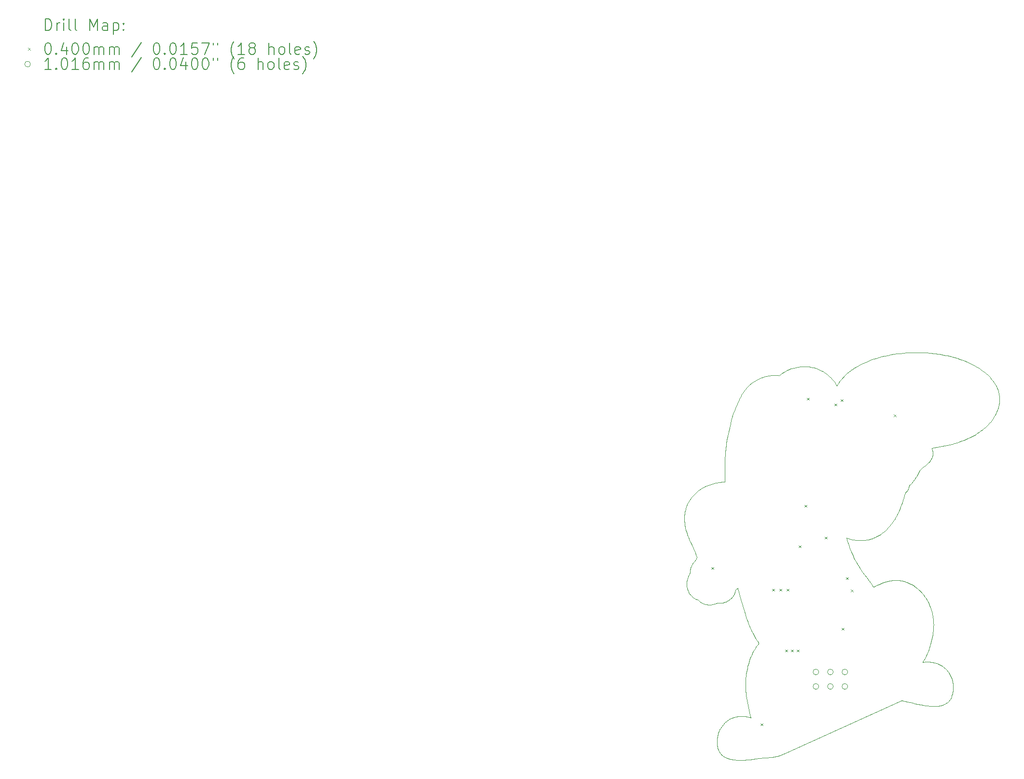
<source format=gbr>
%TF.GenerationSoftware,KiCad,Pcbnew,8.0.3*%
%TF.CreationDate,2024-07-03T13:17:24-05:00*%
%TF.ProjectId,SAO_AMAMW,53414f5f-414d-4414-9d57-2e6b69636164,rev?*%
%TF.SameCoordinates,Original*%
%TF.FileFunction,Drillmap*%
%TF.FilePolarity,Positive*%
%FSLAX45Y45*%
G04 Gerber Fmt 4.5, Leading zero omitted, Abs format (unit mm)*
G04 Created by KiCad (PCBNEW 8.0.3) date 2024-07-03 13:17:24*
%MOMM*%
%LPD*%
G01*
G04 APERTURE LIST*
%ADD10C,0.100000*%
%ADD11C,0.200000*%
%ADD12C,0.101600*%
G04 APERTURE END LIST*
D10*
X11472141Y-8887105D02*
X11472686Y-8907373D01*
X11472210Y-8866680D02*
X11472141Y-8887105D01*
X11472686Y-8907373D02*
X11473818Y-8927428D01*
X11472935Y-8846069D02*
X11472210Y-8866680D01*
X11473818Y-8927428D02*
X11475504Y-8947298D01*
X11474342Y-8825325D02*
X11472935Y-8846069D01*
X11475504Y-8947298D02*
X11477705Y-8966957D01*
X11476470Y-8804450D02*
X11474342Y-8825325D01*
X11477705Y-8966957D02*
X11480391Y-8986403D01*
X11479351Y-8783468D02*
X11476470Y-8804450D01*
X11480391Y-8986403D02*
X11483529Y-9005586D01*
X11483018Y-8762381D02*
X11479351Y-8783468D01*
X11483529Y-9005586D02*
X11487082Y-9024503D01*
X11487082Y-9024503D02*
X11491019Y-9043183D01*
X11487505Y-8741188D02*
X11483018Y-8762381D01*
X11491019Y-9043183D02*
X11499912Y-9079643D01*
X11492845Y-8719915D02*
X11487505Y-8741188D01*
X11499073Y-8698590D02*
X11492845Y-8719915D01*
X11499912Y-9079643D02*
X11509937Y-9114859D01*
X11506222Y-8677212D02*
X11499073Y-8698590D01*
X11509937Y-9114859D02*
X11520824Y-9148752D01*
X11512924Y-10021346D02*
X11512969Y-10035978D01*
X11512969Y-10035978D02*
X11513715Y-10050530D01*
X11513591Y-10006715D02*
X11512924Y-10021346D01*
X11513715Y-10050530D02*
X11515162Y-10065029D01*
X11514323Y-8655781D02*
X11506222Y-8677212D01*
X11514972Y-9992057D02*
X11513591Y-10006715D01*
X11515162Y-10065029D02*
X11517303Y-10079449D01*
X11516988Y-9977822D02*
X11514972Y-9992057D01*
X11517303Y-10079449D02*
X11520131Y-10093736D01*
X11519642Y-9963747D02*
X11516988Y-9977822D01*
X11520131Y-10093736D02*
X11523639Y-10107918D01*
X11520824Y-9148752D02*
X11532305Y-9181163D01*
X11522928Y-9949856D02*
X11519642Y-9963747D01*
X11523412Y-8634349D02*
X11514323Y-8655781D01*
X11523639Y-10107918D02*
X11527825Y-10121941D01*
X11526849Y-9936151D02*
X11522928Y-9949856D01*
X11527825Y-10121941D02*
X11532683Y-10135779D01*
X11531397Y-9922630D02*
X11526849Y-9936151D01*
X11532305Y-9181163D02*
X11544115Y-9212013D01*
X11532683Y-10135779D02*
X11538202Y-10149457D01*
X11533797Y-8612336D02*
X11523412Y-8634349D01*
X11536570Y-9909322D02*
X11531397Y-9922630D01*
X11538202Y-10149457D02*
X11544383Y-10162898D01*
X11542367Y-9896225D02*
X11536570Y-9909322D01*
X11544115Y-9212013D02*
X11555982Y-9241197D01*
X11544383Y-10162898D02*
X11551217Y-10176127D01*
X11545015Y-8590825D02*
X11533797Y-8612336D01*
X11548785Y-9883340D02*
X11542367Y-9896225D01*
X11551087Y-9875984D02*
X11548785Y-9883340D01*
X11551217Y-10176127D02*
X11558702Y-10189118D01*
X11555982Y-9241197D02*
X11567190Y-9267179D01*
X11557051Y-8569847D02*
X11545015Y-8590825D01*
X11558702Y-10189118D02*
X11566825Y-10201818D01*
X11564422Y-9855770D02*
X11551087Y-9875984D01*
X11566761Y-9842779D02*
X11564422Y-9855770D01*
X11566825Y-10201818D02*
X11575588Y-10214254D01*
X11567190Y-9267179D02*
X11579104Y-9293399D01*
X11568841Y-9827037D02*
X11566761Y-9842779D01*
X11569886Y-8549405D02*
X11557051Y-8569847D01*
X11573069Y-9796530D02*
X11568841Y-9827037D01*
X11575588Y-10214254D02*
X11581382Y-10221980D01*
X11576114Y-9779703D02*
X11573069Y-9796530D01*
X11579104Y-9293399D02*
X11604586Y-9347189D01*
X11580146Y-9761976D02*
X11576114Y-9779703D01*
X11581382Y-10221980D02*
X11588274Y-10230446D01*
X11583504Y-8529511D02*
X11569886Y-8549405D01*
X11585433Y-9743534D02*
X11580146Y-9761976D01*
X11588274Y-10230446D02*
X11595397Y-10238516D01*
X11592251Y-9724511D02*
X11585433Y-9743534D01*
X11595397Y-10238516D02*
X11602731Y-10246163D01*
X11596320Y-9714800D02*
X11592251Y-9724511D01*
X11597889Y-8510175D02*
X11583504Y-8529511D01*
X11600874Y-9705037D02*
X11596320Y-9714800D01*
X11602731Y-10246163D02*
X11610248Y-10253386D01*
X11604586Y-9347189D02*
X11630462Y-9401878D01*
X11605946Y-9695168D02*
X11600874Y-9705037D01*
X11610248Y-10253386D02*
X11626282Y-10267118D01*
X11611571Y-9685247D02*
X11605946Y-9695168D01*
X11613023Y-8491403D02*
X11597889Y-8510175D01*
X11618699Y-9673658D02*
X11611571Y-9685247D01*
X11626065Y-9662519D02*
X11618699Y-9673658D01*
X11626282Y-10267118D02*
X11628134Y-10268255D01*
X11628134Y-10268255D02*
X11637619Y-10274949D01*
X11628888Y-8473208D02*
X11613023Y-8491403D01*
X11630462Y-9401878D02*
X11643138Y-9429792D01*
X11633677Y-9651777D02*
X11626065Y-9662519D01*
X11637619Y-10274949D02*
X11647377Y-10281061D01*
X11641548Y-9641458D02*
X11633677Y-9651777D01*
X11643138Y-9429792D02*
X11655214Y-9457758D01*
X11645469Y-8455600D02*
X11628888Y-8473208D01*
X11647377Y-10281061D02*
X11657391Y-10286591D01*
X11649695Y-9631510D02*
X11641548Y-9641458D01*
X11655214Y-9457758D02*
X11666377Y-9485619D01*
X11657391Y-10286591D02*
X11667647Y-10291539D01*
X11658124Y-9621958D02*
X11649695Y-9631510D01*
X11662747Y-8438584D02*
X11645469Y-8455600D01*
X11666377Y-9485619D02*
X11676314Y-9513109D01*
X11666853Y-9612777D02*
X11658124Y-9621958D01*
X11667647Y-10291539D02*
X11678127Y-10295904D01*
X11675891Y-9603940D02*
X11666853Y-9612777D01*
X11676314Y-9513109D02*
X11684704Y-9540043D01*
X11678127Y-10295904D02*
X11688821Y-10299688D01*
X11679114Y-9594309D02*
X11675891Y-9603940D01*
X11680706Y-8422178D02*
X11662747Y-8438584D01*
X11682752Y-9584784D02*
X11679114Y-9594309D01*
X11684704Y-9540043D02*
X11688223Y-9553220D01*
X11686792Y-9575418D02*
X11682752Y-9584784D01*
X11688223Y-9553220D02*
X11691237Y-9566184D01*
X11688821Y-10299688D02*
X11699714Y-10302863D01*
X11691237Y-9566184D02*
X11686792Y-9575418D01*
X11699330Y-8406385D02*
X11680706Y-8422178D01*
X11699714Y-10302863D02*
X11710790Y-10305456D01*
X11710790Y-10305456D02*
X11721405Y-10317309D01*
X11718600Y-8391216D02*
X11699330Y-8406385D01*
X11721405Y-10317309D02*
X11732186Y-10327919D01*
X11732186Y-10327919D02*
X11742987Y-10337311D01*
X11738502Y-8376680D02*
X11718600Y-8391216D01*
X11742987Y-10337311D02*
X11753668Y-10345566D01*
X11753668Y-10345566D02*
X11764087Y-10352737D01*
X11759015Y-8362792D02*
X11738502Y-8376680D01*
X11764087Y-10352737D02*
X11774104Y-10358901D01*
X11774104Y-10358901D02*
X11783576Y-10364140D01*
X11780124Y-8349555D02*
X11759015Y-8362792D01*
X11783576Y-10364140D02*
X11792360Y-10368479D01*
X11792360Y-10368479D02*
X11803010Y-10373162D01*
X11801811Y-8336984D02*
X11780124Y-8349555D01*
X11803010Y-10373162D02*
X11813964Y-10377369D01*
X11813964Y-10377369D02*
X11825187Y-10381073D01*
X11824063Y-8325086D02*
X11801811Y-8336984D01*
X11825187Y-10381073D02*
X11836646Y-10384328D01*
X11836646Y-10384328D02*
X11848312Y-10387106D01*
X11846857Y-8313870D02*
X11824063Y-8325086D01*
X11848312Y-10387106D02*
X11860144Y-10389408D01*
X11860144Y-10389408D02*
X11872111Y-10391233D01*
X11870180Y-8303351D02*
X11846857Y-8313870D01*
X11872111Y-10391233D02*
X11884184Y-10392556D01*
X11884184Y-10392556D02*
X11896326Y-10393403D01*
X11894013Y-8293532D02*
X11870180Y-8303351D01*
X11896326Y-10393403D02*
X11908502Y-10393773D01*
X11908502Y-10393773D02*
X11920683Y-10393668D01*
X11918339Y-8284425D02*
X11894013Y-8293532D01*
X11920683Y-10393668D02*
X11932833Y-10393059D01*
X11932833Y-10393059D02*
X11944916Y-10391974D01*
X11943144Y-8276043D02*
X11918339Y-8284425D01*
X11944916Y-10391974D02*
X11956905Y-10390387D01*
X11956905Y-10390387D02*
X11968761Y-10388323D01*
X11968406Y-8268391D02*
X11943144Y-8276043D01*
X11968761Y-10388323D02*
X11980453Y-10385757D01*
X11980453Y-10385757D02*
X11991427Y-10382925D01*
X11991427Y-10382925D02*
X12002193Y-10379698D01*
X11994113Y-8261483D02*
X11968406Y-8268391D01*
X12002193Y-10379698D02*
X12012734Y-10376073D01*
X12012734Y-10376073D02*
X12023024Y-10372078D01*
X12020246Y-8255326D02*
X11994113Y-8261483D01*
X12023024Y-10372078D02*
X12034136Y-10370331D01*
X12034136Y-10370331D02*
X12046678Y-10362526D01*
X12043725Y-12799653D02*
X12044236Y-12821216D01*
X12044236Y-12821216D02*
X12045789Y-12842754D01*
X12044238Y-12778142D02*
X12043725Y-12799653D01*
X12045757Y-12756685D02*
X12044238Y-12778142D01*
X12045789Y-12842754D02*
X12048403Y-12864211D01*
X12046678Y-10362526D02*
X12063947Y-10364643D01*
X12046786Y-8249931D02*
X12020246Y-8255326D01*
X12048265Y-12735359D02*
X12045757Y-12756685D01*
X12048403Y-12864211D02*
X12052096Y-12885590D01*
X12051742Y-12714166D02*
X12048265Y-12735359D01*
X12052096Y-12885590D02*
X12056885Y-12906836D01*
X12056174Y-12693185D02*
X12051742Y-12714166D01*
X12056885Y-12906836D02*
X12062791Y-12927896D01*
X12061539Y-12672415D02*
X12056174Y-12693185D01*
X12062791Y-12927896D02*
X12069829Y-12948745D01*
X12063947Y-10364643D02*
X12081296Y-10365648D01*
X12067820Y-12651963D02*
X12061539Y-12672415D01*
X12069829Y-12948745D02*
X12077316Y-12970044D01*
X12073721Y-8245309D02*
X12046786Y-8249931D01*
X12074999Y-12631802D02*
X12067820Y-12651963D01*
X12077316Y-12970044D02*
X12085333Y-12980390D01*
X12081296Y-10365648D02*
X12098679Y-10365516D01*
X12083058Y-12612011D02*
X12074999Y-12631802D01*
X12085333Y-12980390D02*
X12093641Y-12992455D01*
X12091980Y-12592617D02*
X12083058Y-12612011D01*
X12093641Y-12992455D02*
X12102981Y-13003726D01*
X12098679Y-10365516D02*
X12116051Y-10364272D01*
X12101028Y-8241465D02*
X12073721Y-8245309D01*
X12101743Y-12573699D02*
X12091980Y-12592617D01*
X12102981Y-13003726D02*
X12110707Y-13012113D01*
X12110707Y-13012113D02*
X12114887Y-13015579D01*
X12112334Y-12555231D02*
X12101743Y-12573699D01*
X12114887Y-13015579D02*
X12127021Y-13027380D01*
X12116051Y-10364272D02*
X12133371Y-10361891D01*
X12123732Y-12537319D02*
X12112334Y-12555231D01*
X12127021Y-13027380D02*
X12139493Y-13038201D01*
X12128693Y-8238414D02*
X12101028Y-8241465D01*
X12133371Y-10361891D02*
X12150590Y-10358399D01*
X12135922Y-12519962D02*
X12123732Y-12537319D01*
X12139493Y-13038201D02*
X12145473Y-13042911D01*
X12145473Y-13042911D02*
X12160231Y-13053758D01*
X12148881Y-12503241D02*
X12135922Y-12519962D01*
X12150590Y-10358399D02*
X12167666Y-10353795D01*
X12156699Y-8236162D02*
X12128693Y-8238414D01*
X12160231Y-13053758D02*
X12175662Y-13063707D01*
X12162594Y-12487154D02*
X12148881Y-12503241D01*
X12167666Y-10353795D02*
X12184552Y-10348080D01*
X12175662Y-13063707D02*
X12184208Y-13068443D01*
X12177046Y-12471782D02*
X12162594Y-12487154D01*
X12180028Y-7999535D02*
X12180168Y-8046520D01*
X12180168Y-8046520D02*
X12180821Y-8095140D01*
X12180398Y-7953979D02*
X12180028Y-7999535D01*
X12180821Y-8095140D02*
X12181983Y-8145598D01*
X12181279Y-7909646D02*
X12180398Y-7953979D01*
X12181983Y-8145598D02*
X12183652Y-8198105D01*
X12182671Y-7866331D02*
X12181279Y-7909646D01*
X12183652Y-8198105D02*
X12185028Y-8234723D01*
X12184208Y-13068443D02*
X12196466Y-13075057D01*
X12184552Y-10348080D02*
X12199533Y-10342127D01*
X12184578Y-7823826D02*
X12182671Y-7866331D01*
X12185028Y-8234723D02*
X12156699Y-8236162D01*
X12188097Y-7764189D02*
X12184578Y-7823826D01*
X12190513Y-7732502D02*
X12188097Y-7764189D01*
X12192212Y-12457124D02*
X12177046Y-12471782D01*
X12193355Y-7700591D02*
X12190513Y-7732502D01*
X12196466Y-13075057D02*
X12211222Y-13082069D01*
X12196633Y-7668418D02*
X12193355Y-7700591D01*
X12199533Y-10342127D02*
X12214794Y-10335089D01*
X12200350Y-7635945D02*
X12196633Y-7668418D01*
X12204517Y-7603132D02*
X12200350Y-7635945D01*
X12208076Y-12443260D02*
X12192212Y-12457124D01*
X12209137Y-7569942D02*
X12204517Y-7603132D01*
X12211222Y-13082069D02*
X12222149Y-13086382D01*
X12214794Y-10335089D02*
X12226904Y-10328474D01*
X12219768Y-7502281D02*
X12209137Y-7569942D01*
X12222149Y-13086382D02*
X12234500Y-13091144D01*
X12224623Y-12430216D02*
X12208076Y-12443260D01*
X12226904Y-10328474D02*
X12239056Y-10320960D01*
X12232293Y-7432656D02*
X12219768Y-7502281D01*
X12234500Y-13091144D02*
X12247681Y-13095616D01*
X12239056Y-10320960D02*
X12252222Y-10312467D01*
X12241834Y-12418045D02*
X12224623Y-12430216D01*
X12246766Y-7360766D02*
X12232293Y-7432656D01*
X12247681Y-13095616D02*
X12255963Y-13097944D01*
X12252222Y-10312467D02*
X12264742Y-10303471D01*
X12255963Y-13097944D02*
X12261810Y-13099611D01*
X12259691Y-12406774D02*
X12241834Y-12418045D01*
X12261810Y-13099611D02*
X12278638Y-13107813D01*
X12263236Y-7286302D02*
X12246766Y-7360766D01*
X12264742Y-10303471D02*
X12276614Y-10293973D01*
X12276614Y-10293973D02*
X12287829Y-10284024D01*
X12278175Y-12396455D02*
X12259691Y-12406774D01*
X12278638Y-13107813D02*
X12297767Y-13107813D01*
X12281760Y-7208961D02*
X12263236Y-7286302D01*
X12287829Y-10284024D02*
X12298386Y-10273626D01*
X12296317Y-7153568D02*
X12281760Y-7208961D01*
X12297267Y-12387115D02*
X12278175Y-12396455D01*
X12297767Y-13107813D02*
X12314438Y-13110644D01*
X12298386Y-10273626D02*
X12308271Y-10262778D01*
X12304135Y-7126149D02*
X12296317Y-7153568D01*
X12308271Y-10262778D02*
X12317486Y-10251481D01*
X12312311Y-7098921D02*
X12304135Y-7126149D01*
X12314438Y-13110644D02*
X12331134Y-13113052D01*
X12316949Y-12378807D02*
X12297267Y-12387115D01*
X12317486Y-10251481D02*
X12326019Y-10239760D01*
X12320844Y-7071894D02*
X12312311Y-7098921D01*
X12326019Y-10239760D02*
X12333864Y-10227615D01*
X12327003Y-12375262D02*
X12316949Y-12378807D01*
X12329731Y-7045068D02*
X12320844Y-7071894D01*
X12331134Y-13113052D02*
X12365394Y-13117153D01*
X12333864Y-10227615D02*
X12341018Y-10215100D01*
X12338970Y-7018448D02*
X12329731Y-7045068D01*
X12341018Y-10215100D02*
X12347472Y-10202189D01*
X12341619Y-12370261D02*
X12327003Y-12375262D01*
X12347472Y-10202189D02*
X12353221Y-10188880D01*
X12348556Y-6992046D02*
X12338970Y-7018448D01*
X12353221Y-10188880D02*
X12358261Y-10175228D01*
X12356134Y-12365896D02*
X12341619Y-12370261D01*
X12358261Y-10175228D02*
X12362582Y-10161205D01*
X12358491Y-6965862D02*
X12348556Y-6992046D01*
X12362582Y-10161205D02*
X12366178Y-10146865D01*
X12365394Y-13117153D02*
X12378571Y-13118184D01*
X12366178Y-10146865D02*
X12369046Y-10132180D01*
X12368773Y-6939904D02*
X12358491Y-6965862D01*
X12369046Y-10132180D02*
X12379362Y-10125169D01*
X12369072Y-12362615D02*
X12356134Y-12365896D01*
X12378571Y-13118184D02*
X12398348Y-13119798D01*
X12379362Y-10125169D02*
X12389379Y-10117628D01*
X12379399Y-6914179D02*
X12368773Y-6939904D01*
X12383619Y-12359255D02*
X12369072Y-12362615D01*
X12389379Y-10117628D02*
X12399078Y-10109611D01*
X12390363Y-6888686D02*
X12379399Y-6914179D01*
X12397012Y-12356609D02*
X12383619Y-12359255D01*
X12398348Y-13119798D02*
X12418708Y-13120963D01*
X12399078Y-10109611D02*
X12408442Y-10101092D01*
X12401669Y-6863440D02*
X12390363Y-6888686D01*
X12408442Y-10101092D02*
X12412384Y-10117178D01*
X12412331Y-12354148D02*
X12397012Y-12356609D01*
X12412384Y-10117178D02*
X12423970Y-10163771D01*
X12413310Y-6838437D02*
X12401669Y-6863440D01*
X12418708Y-13120963D02*
X12439583Y-13121650D01*
X12423970Y-10163771D02*
X12435853Y-10209941D01*
X12425288Y-6813690D02*
X12413310Y-6838437D01*
X12435853Y-10209941D02*
X12451326Y-10267197D01*
X12437599Y-6789200D02*
X12425288Y-6813690D01*
X12438419Y-12351185D02*
X12412331Y-12354148D01*
X12439583Y-13121650D02*
X12460909Y-13121889D01*
X12447137Y-6766258D02*
X12437599Y-6789200D01*
X12451326Y-10267197D02*
X12467732Y-10325088D01*
X12453157Y-12350021D02*
X12438419Y-12351185D01*
X12457670Y-6743430D02*
X12447137Y-6766258D01*
X12460909Y-13121889D02*
X12495265Y-13121359D01*
X12467732Y-10325088D02*
X12485007Y-10383375D01*
X12469161Y-6720787D02*
X12457670Y-6743430D01*
X12479747Y-12349359D02*
X12453157Y-12350021D01*
X12481573Y-6698395D02*
X12469161Y-6720787D01*
X12485007Y-10383375D02*
X12503083Y-10441848D01*
X12492870Y-12349359D02*
X12479747Y-12349359D01*
X12495265Y-13121359D02*
X12529462Y-13119825D01*
X12495649Y-6675131D02*
X12481573Y-6698395D01*
X12503083Y-10441848D02*
X12517106Y-10486589D01*
X12510658Y-6652480D02*
X12495649Y-6675131D01*
X12512214Y-12350232D02*
X12492870Y-12349359D01*
X12517106Y-10486589D02*
X12543528Y-10569906D01*
X12526586Y-6630458D02*
X12510658Y-6652480D01*
X12529462Y-13119825D02*
X12563482Y-13117444D01*
X12531817Y-12351899D02*
X12512214Y-12350232D01*
X12541951Y-12353116D02*
X12531817Y-12351899D01*
X12543419Y-6609093D02*
X12526586Y-6630458D01*
X12543528Y-10569906D02*
X12558156Y-10614250D01*
X12546036Y-11791645D02*
X12546541Y-11830141D01*
X12546483Y-11753624D02*
X12546036Y-11791645D01*
X12546541Y-11830141D02*
X12547999Y-11869115D01*
X12547880Y-11716080D02*
X12546483Y-11753624D01*
X12547999Y-11869115D02*
X12550407Y-11908590D01*
X12550229Y-11679038D02*
X12547880Y-11716080D01*
X12550407Y-11908590D02*
X12553764Y-11948542D01*
X12553529Y-11642499D02*
X12550229Y-11679038D01*
X12553764Y-11948542D02*
X12558074Y-11988971D01*
X12557781Y-11606437D02*
X12553529Y-11642499D01*
X12558074Y-11988971D02*
X12563337Y-12029849D01*
X12558156Y-10614250D02*
X12573621Y-10659282D01*
X12561138Y-6588398D02*
X12543419Y-6609093D01*
X12562985Y-11570877D02*
X12557781Y-11606437D01*
X12563337Y-12029849D02*
X12569552Y-12071230D01*
X12563482Y-13117444D02*
X12597312Y-13114374D01*
X12569139Y-11535819D02*
X12562985Y-11570877D01*
X12569552Y-12071230D02*
X12576717Y-12113087D01*
X12570764Y-12357350D02*
X12541951Y-12353116D01*
X12573621Y-10659282D02*
X12586969Y-10696562D01*
X12576243Y-11501238D02*
X12569139Y-11535819D01*
X12576717Y-12113087D02*
X12584832Y-12155393D01*
X12579733Y-6568395D02*
X12561138Y-6588398D01*
X12584300Y-11467187D02*
X12576243Y-11501238D01*
X12584390Y-12359969D02*
X12570764Y-12357350D01*
X12584832Y-12155393D02*
X12593901Y-12198203D01*
X12586969Y-10696562D02*
X12599788Y-10730720D01*
X12593309Y-11433611D02*
X12584300Y-11467187D01*
X12593901Y-12198203D02*
X12603921Y-12241462D01*
X12597312Y-13114374D02*
X12630930Y-13110776D01*
X12599183Y-6549104D02*
X12579733Y-6568395D01*
X12599788Y-10730720D02*
X12612309Y-10762285D01*
X12603268Y-11400538D02*
X12593309Y-11433611D01*
X12603921Y-12241462D02*
X12614891Y-12285171D01*
X12609869Y-12365737D02*
X12584390Y-12359969D01*
X12612309Y-10762285D02*
X12624765Y-10791891D01*
X12614179Y-11367994D02*
X12603268Y-11400538D01*
X12614891Y-12285171D02*
X12626813Y-12329357D01*
X12619473Y-6530544D02*
X12599183Y-6549104D01*
X12622543Y-12369018D02*
X12609869Y-12365737D01*
X12624765Y-10791891D02*
X12635549Y-10816101D01*
X12626040Y-11335927D02*
X12614179Y-11367994D01*
X12626813Y-12329357D02*
X12639688Y-12374018D01*
X12626961Y-6523824D02*
X12619473Y-6530544D01*
X12630930Y-13110776D02*
X12664323Y-13106754D01*
X12635549Y-10816101D02*
X12647064Y-10840786D01*
X12638854Y-11304389D02*
X12626040Y-11335927D01*
X12639688Y-12374018D02*
X12622543Y-12369018D01*
X12642333Y-6512394D02*
X12626961Y-6523824D01*
X12647064Y-10840786D02*
X12659240Y-10865816D01*
X12652618Y-11273353D02*
X12638854Y-11304389D01*
X12659240Y-10865816D02*
X12672020Y-10891084D01*
X12664323Y-13106754D02*
X12730360Y-13098129D01*
X12667331Y-11242820D02*
X12652618Y-11273353D01*
X12672020Y-10891084D02*
X12678714Y-10903836D01*
X12678714Y-10903836D02*
X12697869Y-10939529D01*
X12682997Y-11212816D02*
X12667331Y-11242820D01*
X12697869Y-10939529D02*
X12708797Y-10959029D01*
X12699616Y-11183316D02*
X12682997Y-11212816D01*
X12708797Y-10959029D02*
X12725201Y-10987498D01*
X12711718Y-11163101D02*
X12699616Y-11183316D01*
X12724140Y-11143337D02*
X12711718Y-11163101D01*
X12725201Y-10987498D02*
X12739700Y-11011839D01*
X12730360Y-13098129D02*
X12772373Y-13092546D01*
X12736834Y-11124049D02*
X12724140Y-11143337D01*
X12739700Y-11011839D02*
X12753961Y-11035123D01*
X12749754Y-11105343D02*
X12736834Y-11124049D01*
X12753961Y-11035123D02*
X12771847Y-11063486D01*
X12762652Y-11087642D02*
X12749754Y-11105343D01*
X12770709Y-6430928D02*
X12642333Y-6512394D01*
X12771847Y-11063486D02*
X12776107Y-11070127D01*
X12772373Y-13092546D02*
X12813651Y-13087440D01*
X12776107Y-11070127D02*
X12762652Y-11087642D01*
X12792622Y-6421097D02*
X12770709Y-6430928D01*
X12813651Y-13087440D02*
X12846541Y-13084212D01*
X12816958Y-6411323D02*
X12792622Y-6421097D01*
X12823414Y-6408730D02*
X12816958Y-6411323D01*
X12835622Y-6404478D02*
X12823414Y-6408730D01*
X12846541Y-13084212D02*
X12883025Y-13081354D01*
X12847174Y-6400819D02*
X12835622Y-6404478D01*
X12857598Y-6397485D02*
X12847174Y-6400819D01*
X12868726Y-6393847D02*
X12857598Y-6397485D01*
X12879955Y-6390527D02*
X12868726Y-6393847D01*
X12883025Y-13081354D02*
X12944223Y-13076380D01*
X12900222Y-6385685D02*
X12879955Y-6390527D01*
X12910197Y-6383409D02*
X12900222Y-6385685D01*
X12923437Y-6380338D02*
X12910197Y-6383409D01*
X12936735Y-6377641D02*
X12923437Y-6380338D01*
X12944223Y-13076380D02*
X12952557Y-13075587D01*
X12952557Y-13075587D02*
X12981608Y-13072597D01*
X12958404Y-6374387D02*
X12936735Y-6377641D01*
X12969120Y-6372905D02*
X12958404Y-6374387D01*
X12981608Y-13072597D02*
X12995658Y-13070903D01*
X12993620Y-6369757D02*
X12969120Y-6372905D01*
X12995658Y-13070903D02*
X13020714Y-13067623D01*
X13005714Y-6368807D02*
X12993620Y-6369757D01*
X13017909Y-6368196D02*
X13005714Y-6368807D01*
X13020714Y-13067623D02*
X13034789Y-13065427D01*
X13028572Y-6367640D02*
X13017909Y-6368196D01*
X13034789Y-13065427D02*
X13040293Y-13064527D01*
X13040293Y-13064527D02*
X13062862Y-13060664D01*
X13051035Y-6366714D02*
X13028572Y-6367640D01*
X13054607Y-6366688D02*
X13051035Y-6366714D01*
X13062862Y-13060664D02*
X13077572Y-13057648D01*
X13076726Y-6367243D02*
X13054607Y-6366688D01*
X13077572Y-13057648D02*
X13082335Y-13056616D01*
X13082335Y-13056616D02*
X13104692Y-13051642D01*
X13087230Y-6367614D02*
X13076726Y-6367243D01*
X13104692Y-13051642D02*
X13119985Y-13047541D01*
X13108555Y-6368566D02*
X13087230Y-6367614D01*
X13119985Y-13047541D02*
X13126414Y-13045768D01*
X13121594Y-6369781D02*
X13108555Y-6368566D01*
X13126414Y-13045768D02*
X13148401Y-13039339D01*
X13134828Y-6371371D02*
X13121594Y-6369781D01*
X13141125Y-6366026D02*
X13134828Y-6371371D01*
X13148401Y-13039339D02*
X13164779Y-13033518D01*
X13162371Y-6348696D02*
X13141125Y-6366026D01*
X13164779Y-13033518D02*
X13170282Y-13031507D01*
X13170282Y-13031507D02*
X13191978Y-13023173D01*
X13174595Y-6339568D02*
X13162371Y-6348696D01*
X13179516Y-6335970D02*
X13174595Y-6339568D01*
X13191978Y-13023173D02*
X13211293Y-13014097D01*
X13195285Y-6324725D02*
X13179516Y-6335970D01*
X13211293Y-13014097D02*
X15291788Y-12074378D01*
X13211848Y-6313983D02*
X13195285Y-6324725D01*
X13217325Y-6310517D02*
X13211848Y-6313983D01*
X13229761Y-6302791D02*
X13217325Y-6310517D01*
X13253996Y-6289271D02*
X13229761Y-6302791D01*
X13266220Y-6282656D02*
X13253996Y-6289271D01*
X13280719Y-6275542D02*
X13266220Y-6282656D01*
X13295457Y-6268766D02*
X13280719Y-6275542D01*
X13304532Y-6264585D02*
X13295457Y-6268766D01*
X13323688Y-6256626D02*
X13304532Y-6264585D01*
X13343478Y-6249107D02*
X13323688Y-6256626D01*
X13352924Y-6245694D02*
X13343478Y-6249107D01*
X13514505Y-6212462D02*
X13352924Y-6245694D01*
X13541307Y-6210629D02*
X13514505Y-6212462D01*
X13567845Y-6210028D02*
X13541307Y-6210629D01*
X13597637Y-6210695D02*
X13567845Y-6210028D01*
X13627270Y-6212685D02*
X13597637Y-6210695D01*
X13656692Y-6215984D02*
X13627270Y-6212685D01*
X13685875Y-6220574D02*
X13656692Y-6215984D01*
X13714768Y-6226443D02*
X13685875Y-6220574D01*
X13743343Y-6233571D02*
X13714768Y-6226443D01*
X13771547Y-6241947D02*
X13743343Y-6233571D01*
X13799328Y-6251554D02*
X13771547Y-6241947D01*
X13826660Y-6262376D02*
X13799328Y-6251554D01*
X13853515Y-6274399D02*
X13826660Y-6262376D01*
X13879815Y-6287607D02*
X13853515Y-6274399D01*
X13905558Y-6301981D02*
X13879815Y-6287607D01*
X13930667Y-6317512D02*
X13905558Y-6301981D01*
X13955115Y-6334178D02*
X13930667Y-6317512D01*
X13978874Y-6351969D02*
X13955115Y-6334178D01*
X14001893Y-6370868D02*
X13978874Y-6351969D01*
X14023510Y-6390318D02*
X14001893Y-6370868D01*
X14044173Y-6410680D02*
X14023510Y-6390318D01*
X14063885Y-6431918D02*
X14044173Y-6410680D01*
X14082617Y-6453997D02*
X14063885Y-6431918D01*
X14100371Y-6476879D02*
X14082617Y-6453997D01*
X14117119Y-6500524D02*
X14100371Y-6476879D01*
X14132835Y-6524898D02*
X14117119Y-6500524D01*
X14147546Y-6549964D02*
X14132835Y-6524898D01*
X14159055Y-6531748D02*
X14147546Y-6549964D01*
X14171279Y-6513690D02*
X14159055Y-6531748D01*
X14180831Y-6498363D02*
X14171279Y-6513690D01*
X14190858Y-6483197D02*
X14180831Y-6498363D01*
X14201415Y-6468195D02*
X14190858Y-6483197D01*
X14212448Y-6453362D02*
X14201415Y-6468195D01*
X14223984Y-6438699D02*
X14212448Y-6453362D01*
X14235996Y-6424208D02*
X14223984Y-6438699D01*
X14248484Y-6409891D02*
X14235996Y-6424208D01*
X14261449Y-6395755D02*
X14248484Y-6409891D01*
X14274863Y-6381798D02*
X14261449Y-6395755D01*
X14288728Y-6368021D02*
X14274863Y-6381798D01*
X14303068Y-6354432D02*
X14288728Y-6368021D01*
X14313149Y-9219422D02*
X14340004Y-9228179D01*
X14317832Y-6341031D02*
X14303068Y-6354432D01*
X14333045Y-6327818D02*
X14317832Y-6341031D01*
X14333098Y-9281572D02*
X14313149Y-9219422D01*
X14340004Y-9228179D02*
X14367071Y-9236011D01*
X14348709Y-6314798D02*
X14333045Y-6327818D01*
X14354344Y-9342903D02*
X14333098Y-9281572D01*
X14364769Y-6301976D02*
X14348709Y-6314798D01*
X14367071Y-9236011D02*
X14394323Y-9242943D01*
X14376860Y-9403280D02*
X14354344Y-9342903D01*
X14381252Y-6289350D02*
X14364769Y-6301976D01*
X14394323Y-9242943D02*
X14421733Y-9248923D01*
X14398159Y-6276923D02*
X14381252Y-6289350D01*
X14400593Y-9462574D02*
X14376860Y-9403280D01*
X14415489Y-6264702D02*
X14398159Y-6276923D01*
X14415516Y-9497842D02*
X14400593Y-9462574D01*
X14421733Y-9248923D02*
X14449303Y-9253976D01*
X14430809Y-9532556D02*
X14415516Y-9497842D01*
X14446393Y-9566634D02*
X14430809Y-9532556D01*
X14449303Y-9253976D02*
X14476952Y-9258104D01*
X14451314Y-6240873D02*
X14415489Y-6264702D01*
X14462215Y-9599919D02*
X14446393Y-9566634D01*
X14476952Y-9258104D02*
X14504733Y-9261279D01*
X14488673Y-6217889D02*
X14451314Y-6240873D01*
X14492853Y-9655084D02*
X14462215Y-9599919D01*
X14504733Y-9261279D02*
X14532594Y-9263528D01*
X14512724Y-9689136D02*
X14492853Y-9655084D01*
X14527567Y-6195767D02*
X14488673Y-6217889D01*
X14531906Y-9720727D02*
X14512724Y-9689136D01*
X14532594Y-9263528D02*
X14552120Y-9264348D01*
X14550559Y-9750016D02*
X14531906Y-9720727D01*
X14552120Y-9264348D02*
X14571355Y-9264427D01*
X14567916Y-6174526D02*
X14527567Y-6195767D01*
X14568789Y-9777216D02*
X14550559Y-9750016D01*
X14571355Y-9264427D02*
X14590193Y-9263872D01*
X14590193Y-9263872D02*
X14608555Y-9262760D01*
X14599110Y-9820025D02*
X14568789Y-9777216D01*
X14608555Y-9262760D02*
X14626309Y-9261252D01*
X14609667Y-6154188D02*
X14567916Y-6174526D01*
X14626309Y-9261252D02*
X14643348Y-9259400D01*
X14635120Y-9868523D02*
X14599110Y-9820025D01*
X14643348Y-9259400D02*
X14674807Y-9255193D01*
X14652794Y-6134772D02*
X14609667Y-6154188D01*
X14672690Y-9917339D02*
X14635120Y-9868523D01*
X14674807Y-9255193D02*
X14689862Y-9252733D01*
X14689862Y-9252733D02*
X14704890Y-9249796D01*
X14697217Y-6116300D02*
X14652794Y-6134772D01*
X14704890Y-9249796D02*
X14719813Y-9246409D01*
X14713674Y-9969118D02*
X14672690Y-9917339D01*
X14719813Y-9246409D02*
X14734682Y-9242520D01*
X14734682Y-9242520D02*
X14749419Y-9238207D01*
X14741826Y-10004863D02*
X14713674Y-9969118D01*
X14742911Y-6098790D02*
X14697217Y-6116300D01*
X14749419Y-9238207D02*
X14764077Y-9233418D01*
X14757489Y-10028966D02*
X14741826Y-10004863D01*
X14764077Y-9233418D02*
X14778629Y-9228153D01*
X14773523Y-10056192D02*
X14757489Y-10028966D01*
X14778629Y-9228153D02*
X14793023Y-9222464D01*
X14781725Y-10071114D02*
X14773523Y-10056192D01*
X14789504Y-10086222D02*
X14781725Y-10071114D01*
X14789795Y-6082264D02*
X14742911Y-6098790D01*
X14793023Y-9222464D02*
X14820698Y-9210558D01*
X14820698Y-9210558D02*
X14835726Y-9203626D01*
X14821360Y-10068760D02*
X14789504Y-10086222D01*
X14835726Y-9203626D02*
X14851390Y-9195953D01*
X14837870Y-6066741D02*
X14789795Y-6082264D01*
X14851390Y-9195953D02*
X14867503Y-9187460D01*
X14853321Y-10052303D02*
X14821360Y-10068760D01*
X14867503Y-9187460D02*
X14883960Y-9178147D01*
X14883960Y-9178147D02*
X14900602Y-9167934D01*
X14885521Y-10036851D02*
X14853321Y-10052303D01*
X14887029Y-6052241D02*
X14837870Y-6066741D01*
X14900602Y-9167934D02*
X14917350Y-9156742D01*
X14917350Y-9156742D02*
X14942830Y-9138354D01*
X14918065Y-10022537D02*
X14885521Y-10036851D01*
X14937273Y-6038786D02*
X14887029Y-6052241D01*
X14942830Y-9138354D02*
X14967198Y-9119462D01*
X14952672Y-10008832D02*
X14918065Y-10022537D01*
X14967198Y-9119462D02*
X14990349Y-9100121D01*
X14986698Y-9996978D02*
X14952672Y-10008832D01*
X14988523Y-6026394D02*
X14937273Y-6038786D01*
X14990349Y-9100121D02*
X15012203Y-9080410D01*
X15003525Y-9991740D02*
X14986698Y-9996978D01*
X15012203Y-9080410D02*
X15030010Y-9063133D01*
X15020220Y-9986977D02*
X15003525Y-9991740D01*
X15030010Y-9063133D02*
X15047525Y-9044956D01*
X15036810Y-9982664D02*
X15020220Y-9986977D01*
X15040725Y-6015087D02*
X14988523Y-6026394D01*
X15047525Y-9044956D02*
X15064776Y-9025826D01*
X15053267Y-9978828D02*
X15036810Y-9982664D01*
X15064776Y-9025826D02*
X15081815Y-9005745D01*
X15069644Y-9975441D02*
X15053267Y-9978828D01*
X15081815Y-9005745D02*
X15098643Y-8984657D01*
X15085943Y-9972504D02*
X15069644Y-9975441D01*
X15093854Y-6004885D02*
X15040725Y-6015087D01*
X15098643Y-8984657D02*
X15115285Y-8962485D01*
X15102135Y-9970044D02*
X15085943Y-9972504D01*
X15115285Y-8962485D02*
X15131795Y-8939255D01*
X15118275Y-9968006D02*
X15102135Y-9970044D01*
X15131795Y-8939255D02*
X15148199Y-8914913D01*
X15134308Y-9966445D02*
X15118275Y-9968006D01*
X15147855Y-5995806D02*
X15093854Y-6004885D01*
X15148199Y-8914913D02*
X15160132Y-8896234D01*
X15150316Y-9965334D02*
X15134308Y-9966445D01*
X15160132Y-8896234D02*
X15171800Y-8877051D01*
X15166244Y-9964646D02*
X15150316Y-9965334D01*
X15171800Y-8877051D02*
X15183177Y-8857340D01*
X15182119Y-9964435D02*
X15166244Y-9964646D01*
X15183177Y-8857340D02*
X15194289Y-8837020D01*
X15194289Y-8837020D02*
X15205190Y-8816118D01*
X15198708Y-9964673D02*
X15182119Y-9964435D01*
X15202650Y-5987873D02*
X15147855Y-5995806D01*
X15205190Y-8816118D02*
X15215879Y-8794528D01*
X15215244Y-9965440D02*
X15198708Y-9964673D01*
X15215879Y-8794528D02*
X15226357Y-8772276D01*
X15226357Y-8772276D02*
X15236649Y-8749284D01*
X15231754Y-9966684D02*
X15215244Y-9965440D01*
X15236649Y-8749284D02*
X15252233Y-8712639D01*
X15248185Y-9968456D02*
X15231754Y-9966684D01*
X15252233Y-8712639D02*
X15267235Y-8675148D01*
X15258213Y-5981105D02*
X15202650Y-5987873D01*
X15264563Y-9970705D02*
X15248185Y-9968456D01*
X15267235Y-8675148D02*
X15281628Y-8636757D01*
X15280861Y-9973457D02*
X15264563Y-9970705D01*
X15281628Y-8636757D02*
X15295466Y-8597414D01*
X15291788Y-12074378D02*
X15309092Y-12077844D01*
X15295466Y-8597414D02*
X15308748Y-8557065D01*
X15297133Y-9976685D02*
X15280861Y-9973457D01*
X15308748Y-8557065D02*
X15321527Y-8515665D01*
X15309092Y-12077844D02*
X15348991Y-12085914D01*
X15313299Y-9980442D02*
X15297133Y-9976685D01*
X15314516Y-5975522D02*
X15258213Y-5981105D01*
X15321527Y-8515665D02*
X15333777Y-8473155D01*
X15329412Y-9984675D02*
X15313299Y-9980442D01*
X15333777Y-8473155D02*
X15345525Y-8429483D01*
X15345446Y-9989411D02*
X15329412Y-9984675D01*
X15345525Y-8429483D02*
X15358939Y-8417143D01*
X15348991Y-12085914D02*
X15383202Y-12093693D01*
X15358939Y-8417143D02*
X15370660Y-8404617D01*
X15361400Y-9994650D02*
X15345446Y-9989411D01*
X15370660Y-8404617D02*
X15380820Y-8392034D01*
X15371454Y-5971145D02*
X15314516Y-5975522D01*
X15377248Y-10000365D02*
X15361400Y-9994650D01*
X15380820Y-8392034D02*
X15389525Y-8379519D01*
X15383202Y-12093693D02*
X15472869Y-12116235D01*
X15389525Y-8379519D02*
X15396907Y-8367205D01*
X15393044Y-10006583D02*
X15377248Y-10000365D01*
X15396907Y-8367205D02*
X15403045Y-8355222D01*
X15403045Y-8355222D02*
X15408072Y-8343694D01*
X15408072Y-8343694D02*
X15412094Y-8332751D01*
X15408734Y-10013303D02*
X15393044Y-10006583D01*
X15412094Y-8332751D02*
X15416777Y-8316551D01*
X15416777Y-8316551D02*
X15420058Y-8300075D01*
X15420058Y-8300075D02*
X15435457Y-8285420D01*
X15424318Y-10020500D02*
X15408734Y-10013303D01*
X15429027Y-5967993D02*
X15371454Y-5971145D01*
X15435457Y-8285420D02*
X15450273Y-8270241D01*
X15439822Y-10028199D02*
X15424318Y-10020500D01*
X15450273Y-8270241D02*
X15464534Y-8254596D01*
X15454480Y-10035951D02*
X15439822Y-10028199D01*
X15464534Y-8254596D02*
X15478266Y-8238544D01*
X15468926Y-10044100D02*
X15454480Y-10035951D01*
X15472869Y-12116235D02*
X15520679Y-12127612D01*
X15478266Y-8238544D02*
X15491442Y-8222142D01*
X15483161Y-10052620D02*
X15468926Y-10044100D01*
X15487183Y-5966087D02*
X15429027Y-5967993D01*
X15491442Y-8222142D02*
X15504142Y-8205455D01*
X15497210Y-10061510D02*
X15483161Y-10052620D01*
X15504142Y-8205455D02*
X15516340Y-8188540D01*
X15511022Y-10070770D02*
X15497210Y-10061510D01*
X15516340Y-8188540D02*
X15528061Y-8171453D01*
X15520679Y-12127612D02*
X15570024Y-12138592D01*
X15524648Y-10080375D02*
X15511022Y-10070770D01*
X15528061Y-8171453D02*
X15539306Y-8154261D01*
X15538036Y-10090350D02*
X15524648Y-10080375D01*
X15539306Y-8154261D02*
X15550101Y-8137015D01*
X15545841Y-5965448D02*
X15487183Y-5966087D01*
X15545841Y-5965448D02*
X15545841Y-5965448D01*
X15545841Y-5965448D02*
X15545841Y-5965448D01*
X15550101Y-8137015D02*
X15570421Y-8102609D01*
X15551212Y-10100668D02*
X15538036Y-10090350D01*
X15564150Y-10111331D02*
X15551212Y-10100668D01*
X15570024Y-12138592D02*
X15620533Y-12148858D01*
X15570421Y-8102609D02*
X15589100Y-8068716D01*
X15576850Y-10122338D02*
X15564150Y-10111331D01*
X15583967Y-5965713D02*
X15545841Y-5965448D01*
X15589100Y-8068716D02*
X15606272Y-8035810D01*
X15589312Y-10133688D02*
X15576850Y-10122338D01*
X15601562Y-10145356D02*
X15589312Y-10133688D01*
X15606272Y-8035810D02*
X15611193Y-8027420D01*
X15611193Y-8027420D02*
X15617305Y-8019188D01*
X15613548Y-10157342D02*
X15601562Y-10145356D01*
X15617305Y-8019188D02*
X15624634Y-8010957D01*
X15620533Y-12148858D02*
X15671809Y-12158013D01*
X15621829Y-5966504D02*
X15583967Y-5965713D01*
X15624634Y-8010957D02*
X15633206Y-8002562D01*
X15625269Y-10169672D02*
X15613548Y-10157342D01*
X15633206Y-8002562D02*
X15643022Y-7993841D01*
X15636778Y-10182292D02*
X15625269Y-10169672D01*
X15643022Y-7993841D02*
X15654108Y-7984639D01*
X15647996Y-10195257D02*
X15636778Y-10182292D01*
X15651912Y-11404322D02*
X15664982Y-11383261D01*
X15654108Y-7984639D02*
X15680222Y-7964134D01*
X15659400Y-5967815D02*
X15621829Y-5966504D01*
X15664982Y-11383261D02*
X15666385Y-11380985D01*
X15666385Y-11380985D02*
X15677788Y-11362279D01*
X15669666Y-10222059D02*
X15647996Y-10195257D01*
X15671809Y-12158013D02*
X15697632Y-12162087D01*
X15674084Y-11401147D02*
X15651912Y-11404322D01*
X15677788Y-11362279D02*
X15688742Y-11343494D01*
X15680222Y-7964134D02*
X15701918Y-7947230D01*
X15688742Y-11343494D02*
X15702871Y-11317380D01*
X15690250Y-10250025D02*
X15669666Y-10222059D01*
X15696309Y-11398871D02*
X15674084Y-11401147D01*
X15696680Y-5969640D02*
X15659400Y-5967815D01*
X15697632Y-12162087D02*
X15723535Y-12165739D01*
X15701918Y-7947230D02*
X15724540Y-7928823D01*
X15702871Y-11317380D02*
X15716338Y-11290710D01*
X15709723Y-10279156D02*
X15690250Y-10250025D01*
X15716338Y-11290710D02*
X15729170Y-11263431D01*
X15718587Y-11397495D02*
X15696309Y-11398871D01*
X15723535Y-12165739D02*
X15749437Y-12168940D01*
X15724540Y-7928823D02*
X15747585Y-7908484D01*
X15728059Y-10309398D02*
X15709723Y-10279156D01*
X15729170Y-11263431D02*
X15741341Y-11235544D01*
X15733642Y-5971973D02*
X15696680Y-5969640D01*
X15740865Y-11397019D02*
X15718587Y-11397495D01*
X15741341Y-11235544D02*
X15752877Y-11207049D01*
X15745204Y-10340698D02*
X15728059Y-10309398D01*
X15747585Y-7908484D02*
X15759148Y-7897459D01*
X15749437Y-12168940D02*
X15775314Y-12171665D01*
X15752877Y-11207049D02*
X15763778Y-11177918D01*
X15759148Y-7897459D02*
X15770604Y-7885791D01*
X15759915Y-11397363D02*
X15740865Y-11397019D01*
X15761158Y-10373004D02*
X15745204Y-10340698D01*
X15763778Y-11177918D02*
X15774044Y-11148126D01*
X15770313Y-5974808D02*
X15733642Y-5971973D01*
X15770604Y-7885791D02*
X15781664Y-7873144D01*
X15774044Y-11148126D02*
X15783674Y-11117672D01*
X15775314Y-12171665D02*
X15796163Y-12173544D01*
X15775843Y-10406315D02*
X15761158Y-10373004D01*
X15778780Y-11398395D02*
X15759915Y-11397363D01*
X15781664Y-7873144D02*
X15791638Y-7859827D01*
X15783674Y-11117672D02*
X15792670Y-11086558D01*
X15789257Y-10440578D02*
X15775843Y-10406315D01*
X15791638Y-7859827D02*
X15800502Y-7845913D01*
X15792670Y-11086558D02*
X15801058Y-11054755D01*
X15796163Y-12173544D02*
X15817673Y-12175131D01*
X15797406Y-11400088D02*
X15778780Y-11398395D01*
X15797962Y-10465370D02*
X15789257Y-10440578D01*
X15800502Y-7845913D02*
X15808228Y-7831467D01*
X15801058Y-11054755D02*
X15808836Y-11022237D01*
X15805952Y-10490346D02*
X15797962Y-10465370D01*
X15806667Y-5978139D02*
X15770313Y-5974808D01*
X15808228Y-7831467D02*
X15814842Y-7816563D01*
X15808836Y-11022237D02*
X15815980Y-10989006D01*
X15811958Y-7642375D02*
X15858816Y-7636657D01*
X15813175Y-10515482D02*
X15805952Y-10490346D01*
X15814842Y-7816563D02*
X15820346Y-7801270D01*
X15815795Y-11402470D02*
X15797406Y-11400088D01*
X15815980Y-10989006D02*
X15822515Y-10955033D01*
X15817673Y-12175131D02*
X15839713Y-12176216D01*
X15818044Y-7657699D02*
X15811958Y-7642375D01*
X15819658Y-10540802D02*
X15813175Y-10515482D01*
X15820346Y-7801270D02*
X15824685Y-7785660D01*
X15822515Y-10955033D02*
X15828468Y-10920320D01*
X15822965Y-7673339D02*
X15818044Y-7657699D01*
X15824685Y-7785660D02*
X15827913Y-7769798D01*
X15825399Y-10566255D02*
X15819658Y-10540802D01*
X15826696Y-7689219D02*
X15822965Y-7673339D01*
X15827913Y-7769798D02*
X15829976Y-7753759D01*
X15828468Y-10920320D02*
X15833813Y-10884866D01*
X15829262Y-7705271D02*
X15826696Y-7689219D01*
X15829976Y-7753759D02*
X15830902Y-7737611D01*
X15830400Y-10591814D02*
X15825399Y-10566255D01*
X15830664Y-7721424D02*
X15829262Y-7705271D01*
X15830902Y-7737611D02*
X15830664Y-7721424D01*
X15833813Y-10884866D02*
X15838549Y-10848618D01*
X15833919Y-11405539D02*
X15815795Y-11402470D01*
X15834633Y-10617452D02*
X15830400Y-10591814D01*
X15838126Y-10643169D02*
X15834633Y-10617452D01*
X15838549Y-10848618D02*
X15841195Y-10823165D01*
X15839713Y-12176216D02*
X15862150Y-12176639D01*
X15840851Y-10668940D02*
X15838126Y-10643169D01*
X15841195Y-10823165D02*
X15843047Y-10797606D01*
X15842676Y-5981961D02*
X15806667Y-5978139D01*
X15842835Y-10694710D02*
X15840851Y-10668940D01*
X15843047Y-10797606D02*
X15844158Y-10771968D01*
X15844026Y-10720507D02*
X15842835Y-10694710D01*
X15844158Y-10771968D02*
X15844476Y-10746251D01*
X15844476Y-10746251D02*
X15844026Y-10720507D01*
X15851805Y-11409243D02*
X15833919Y-11405539D01*
X15858816Y-7636657D02*
X15905144Y-7630106D01*
X15862150Y-12176639D02*
X15862176Y-12176639D01*
X15862176Y-12176639D02*
X15877734Y-12176401D01*
X15869373Y-11413635D02*
X15851805Y-11409243D01*
X15877734Y-12176401D02*
X15892974Y-12175713D01*
X15878342Y-5986266D02*
X15842676Y-5981961D01*
X15886650Y-11418662D02*
X15869373Y-11413635D01*
X15892974Y-12175713D02*
X15907843Y-12174576D01*
X15903636Y-11424351D02*
X15886650Y-11418662D01*
X15905144Y-7630106D02*
X15950917Y-7622737D01*
X15907843Y-12174576D02*
X15922395Y-12172962D01*
X15913664Y-5991049D02*
X15878342Y-5986266D01*
X15920279Y-11430701D02*
X15903636Y-11424351D01*
X15922395Y-12172962D02*
X15936630Y-12170898D01*
X15936577Y-11437686D02*
X15920279Y-11430701D01*
X15936630Y-12170898D02*
X15950547Y-12168358D01*
X15948615Y-5996304D02*
X15913664Y-5991049D01*
X15950547Y-12168358D02*
X15964120Y-12165342D01*
X15950917Y-7622737D02*
X15996082Y-7614562D01*
X15952531Y-11445306D02*
X15936577Y-11437686D01*
X15964120Y-12165342D02*
X15977402Y-12161876D01*
X15968089Y-11453534D02*
X15952531Y-11445306D01*
X15977402Y-12161876D02*
X15990367Y-12157933D01*
X15983196Y-6002025D02*
X15948615Y-5996304D01*
X15983276Y-11462424D02*
X15968089Y-11453534D01*
X15990367Y-12157933D02*
X16003040Y-12153515D01*
X15996082Y-7614562D02*
X16040637Y-7605592D01*
X15998066Y-11471923D02*
X15983276Y-11462424D01*
X16003040Y-12153515D02*
X16015396Y-12148620D01*
X16012433Y-11482056D02*
X15998066Y-11471923D01*
X16015396Y-12148620D02*
X16027461Y-12143275D01*
X16017381Y-6008206D02*
X15983196Y-6002025D01*
X16027461Y-12143275D02*
X16039235Y-12137428D01*
X16028176Y-11494200D02*
X16012433Y-11482056D01*
X16039235Y-12137428D02*
X16050745Y-12131105D01*
X16040637Y-7605592D02*
X16084532Y-7595837D01*
X16043204Y-11507006D02*
X16028176Y-11494200D01*
X16050745Y-12131105D02*
X16061963Y-12124331D01*
X16051168Y-6014840D02*
X16017381Y-6008206D01*
X16057571Y-11520447D02*
X16043204Y-11507006D01*
X16061963Y-12124331D02*
X16072890Y-12117055D01*
X16071223Y-11534470D02*
X16057571Y-11520447D01*
X16072890Y-12117055D02*
X16083632Y-12110811D01*
X16083632Y-12110811D02*
X16093872Y-12103773D01*
X16084161Y-11549048D02*
X16071223Y-11534470D01*
X16084532Y-7595837D02*
X16127738Y-7585315D01*
X16084558Y-6021923D02*
X16051168Y-6014840D01*
X16093872Y-12103773D02*
X16103502Y-12095942D01*
X16096412Y-11564156D02*
X16084161Y-11549048D01*
X16103502Y-12095942D02*
X16112578Y-12087316D01*
X16107921Y-11579767D02*
X16096412Y-11564156D01*
X16112578Y-12087316D02*
X16120965Y-12077976D01*
X16117525Y-6029448D02*
X16084558Y-6021923D01*
X16118716Y-11595853D02*
X16107921Y-11579767D01*
X16120965Y-12077976D02*
X16128717Y-12067922D01*
X16127738Y-7585315D02*
X16170257Y-7574033D01*
X16128717Y-12067922D02*
X16135729Y-12057180D01*
X16128770Y-11612390D02*
X16118716Y-11595853D01*
X16135729Y-12057180D02*
X16141999Y-12045803D01*
X16138110Y-11629323D02*
X16128770Y-11612390D01*
X16141999Y-12045803D02*
X16150704Y-12027362D01*
X16146682Y-11646653D02*
X16138110Y-11629323D01*
X16150069Y-6037408D02*
X16117525Y-6029448D01*
X16150704Y-12027362D02*
X16158509Y-12008682D01*
X16154487Y-11664327D02*
X16146682Y-11646653D01*
X16158509Y-12008682D02*
X16165441Y-11989764D01*
X16161552Y-11682319D02*
X16154487Y-11664327D01*
X16165441Y-11989764D02*
X16171474Y-11970662D01*
X16167849Y-11700602D02*
X16161552Y-11682319D01*
X16170257Y-7574033D02*
X16212008Y-7562008D01*
X16171474Y-11970662D02*
X16176660Y-11951426D01*
X16173352Y-11719175D02*
X16167849Y-11700602D01*
X16176660Y-11951426D02*
X16180972Y-11932059D01*
X16178115Y-11737961D02*
X16173352Y-11719175D01*
X16180972Y-11932059D02*
X16184438Y-11912586D01*
X16182057Y-11756931D02*
X16178115Y-11737961D01*
X16182163Y-6045799D02*
X16150069Y-6037408D01*
X16184438Y-11912586D02*
X16187031Y-11893033D01*
X16185206Y-11776114D02*
X16182057Y-11756931D01*
X16187031Y-11893033D02*
X16188804Y-11873480D01*
X16187560Y-11795402D02*
X16185206Y-11776114D01*
X16188804Y-11873480D02*
X16189730Y-11853901D01*
X16189095Y-11814822D02*
X16187560Y-11795402D01*
X16189730Y-11853901D02*
X16189809Y-11834348D01*
X16189809Y-11834348D02*
X16189095Y-11814822D01*
X16212008Y-7562008D02*
X16252992Y-7549247D01*
X16213807Y-6054613D02*
X16182163Y-6045799D01*
X16245001Y-6063845D02*
X16213807Y-6054613D01*
X16252992Y-7549247D02*
X16293182Y-7535766D01*
X16275719Y-6073489D02*
X16245001Y-6063845D01*
X16293182Y-7535766D02*
X16332525Y-7521577D01*
X16305961Y-6083539D02*
X16275719Y-6073489D01*
X16332525Y-7521577D02*
X16370996Y-7506691D01*
X16335700Y-6093988D02*
X16305961Y-6083539D01*
X16364937Y-6104832D02*
X16335700Y-6093988D01*
X16370996Y-7506691D02*
X16408567Y-7491121D01*
X16393671Y-6116063D02*
X16364937Y-6104832D01*
X16408567Y-7491121D02*
X16445211Y-7474878D01*
X16421875Y-6127676D02*
X16393671Y-6116063D01*
X16445211Y-7474878D02*
X16480930Y-7457976D01*
X16449550Y-6139664D02*
X16421875Y-6127676D01*
X16476697Y-6152023D02*
X16449550Y-6139664D01*
X16480930Y-7457976D02*
X16515617Y-7440429D01*
X16503261Y-6164745D02*
X16476697Y-6152023D01*
X16515617Y-7440429D02*
X16549325Y-7422244D01*
X16529269Y-6177825D02*
X16503261Y-6164745D01*
X16549325Y-7422244D02*
X16581948Y-7403438D01*
X16554696Y-6191257D02*
X16529269Y-6177825D01*
X16579540Y-6205033D02*
X16554696Y-6191257D01*
X16581948Y-7403438D02*
X16613513Y-7384020D01*
X16603776Y-6219151D02*
X16579540Y-6205033D01*
X16613513Y-7384020D02*
X16643966Y-7364004D01*
X16627430Y-6233602D02*
X16603776Y-6219151D01*
X16643966Y-7364004D02*
X16673282Y-7343401D01*
X16650448Y-6248379D02*
X16627430Y-6233602D01*
X16672832Y-6263482D02*
X16650448Y-6248379D01*
X16673282Y-7343401D02*
X16701407Y-7322227D01*
X16694581Y-6278896D02*
X16672832Y-6263482D01*
X16701407Y-7322227D02*
X16728368Y-7300491D01*
X16715694Y-6294623D02*
X16694581Y-6278896D01*
X16728368Y-7300491D02*
X16754059Y-7278205D01*
X16736120Y-6310652D02*
X16715694Y-6294623D01*
X16754059Y-7278205D02*
X16778507Y-7255382D01*
X16755885Y-6326979D02*
X16736120Y-6310652D01*
X16774961Y-6343598D02*
X16755885Y-6326979D01*
X16778507Y-7255382D02*
X16801658Y-7232036D01*
X16793350Y-6360499D02*
X16774961Y-6343598D01*
X16801658Y-7232036D02*
X16823486Y-7208178D01*
X16811050Y-6377684D02*
X16793350Y-6360499D01*
X16823486Y-7208178D02*
X16843938Y-7183818D01*
X16828010Y-6395141D02*
X16811050Y-6377684D01*
X16843938Y-7183818D02*
X16863041Y-7158971D01*
X16844282Y-6412865D02*
X16828010Y-6395141D01*
X16859787Y-6430852D02*
X16844282Y-6412865D01*
X16863041Y-7158971D02*
X16880715Y-7133650D01*
X16874550Y-6449095D02*
X16859787Y-6430852D01*
X16880715Y-7133650D02*
X16896934Y-7107864D01*
X16888573Y-6467586D02*
X16874550Y-6449095D01*
X16896934Y-7107864D02*
X16909369Y-7089298D01*
X16901802Y-6486322D02*
X16888573Y-6467586D01*
X16909369Y-7089298D02*
X16921064Y-7070516D01*
X16914291Y-6505292D02*
X16901802Y-6486322D01*
X16921064Y-7070516D02*
X16931965Y-7051532D01*
X16925959Y-6524498D02*
X16914291Y-6505292D01*
X16931965Y-7051532D02*
X16942098Y-7032357D01*
X16936833Y-6543927D02*
X16925959Y-6524498D01*
X16942098Y-7032357D02*
X16951438Y-7013011D01*
X16946914Y-6563575D02*
X16936833Y-6543927D01*
X16951438Y-7013011D02*
X16960011Y-6993501D01*
X16956174Y-6583437D02*
X16946914Y-6563575D01*
X16960011Y-6993501D02*
X16967763Y-6973845D01*
X16964588Y-6603508D02*
X16956174Y-6583437D01*
X16967763Y-6973845D02*
X16974748Y-6954051D01*
X16972155Y-6623780D02*
X16964588Y-6603508D01*
X16974748Y-6954051D02*
X16980913Y-6934139D01*
X16978902Y-6644246D02*
X16972155Y-6623780D01*
X16980913Y-6934139D02*
X16986284Y-6914118D01*
X16984749Y-6664902D02*
X16978902Y-6644246D01*
X16986284Y-6914118D02*
X16990834Y-6894002D01*
X16989750Y-6685743D02*
X16984749Y-6664902D01*
X16990834Y-6894002D02*
X16994565Y-6873806D01*
X16993851Y-6706759D02*
X16989750Y-6685743D01*
X16994565Y-6873806D02*
X16997502Y-6853542D01*
X16997079Y-6727947D02*
X16993851Y-6706759D01*
X16997502Y-6853542D02*
X16999592Y-6833224D01*
X16999380Y-6749301D02*
X16997079Y-6727947D01*
X16999592Y-6833224D02*
X17000836Y-6812867D01*
X17000783Y-6770814D02*
X16999380Y-6749301D01*
X17000836Y-6812867D02*
X17001259Y-6792481D01*
X17001259Y-6792481D02*
X17000783Y-6770814D01*
D11*
D10*
X11943400Y-9733600D02*
X11983400Y-9773600D01*
X11983400Y-9733600D02*
X11943400Y-9773600D01*
X12807000Y-12476800D02*
X12847000Y-12516800D01*
X12847000Y-12476800D02*
X12807000Y-12516800D01*
X13010200Y-10114600D02*
X13050200Y-10154600D01*
X13050200Y-10114600D02*
X13010200Y-10154600D01*
X13137200Y-10114600D02*
X13177200Y-10154600D01*
X13177200Y-10114600D02*
X13137200Y-10154600D01*
X13238800Y-11181400D02*
X13278800Y-11221400D01*
X13278800Y-11181400D02*
X13238800Y-11221400D01*
X13264200Y-10114600D02*
X13304200Y-10154600D01*
X13304200Y-10114600D02*
X13264200Y-10154600D01*
X13340400Y-11181400D02*
X13380400Y-11221400D01*
X13380400Y-11181400D02*
X13340400Y-11221400D01*
X13442000Y-11181400D02*
X13482000Y-11221400D01*
X13482000Y-11181400D02*
X13442000Y-11221400D01*
X13480100Y-9352600D02*
X13520100Y-9392600D01*
X13520100Y-9352600D02*
X13480100Y-9392600D01*
X13581700Y-8641400D02*
X13621700Y-8681400D01*
X13621700Y-8641400D02*
X13581700Y-8681400D01*
X13619800Y-6761800D02*
X13659800Y-6801800D01*
X13659800Y-6761800D02*
X13619800Y-6801800D01*
X13937300Y-9200200D02*
X13977300Y-9240200D01*
X13977300Y-9200200D02*
X13937300Y-9240200D01*
X14102400Y-6863400D02*
X14142400Y-6903400D01*
X14142400Y-6863400D02*
X14102400Y-6903400D01*
X14216700Y-6787200D02*
X14256700Y-6827200D01*
X14256700Y-6787200D02*
X14216700Y-6827200D01*
X14229400Y-10800400D02*
X14269400Y-10840400D01*
X14269400Y-10800400D02*
X14229400Y-10840400D01*
X14305600Y-9911400D02*
X14345600Y-9951400D01*
X14345600Y-9911400D02*
X14305600Y-9951400D01*
X14394500Y-10127300D02*
X14434500Y-10167300D01*
X14434500Y-10127300D02*
X14394500Y-10167300D01*
X15143800Y-7053900D02*
X15183800Y-7093900D01*
X15183800Y-7053900D02*
X15143800Y-7093900D01*
D12*
X13831220Y-11574240D02*
G75*
G02*
X13729620Y-11574240I-50800J0D01*
G01*
X13729620Y-11574240D02*
G75*
G02*
X13831220Y-11574240I50800J0D01*
G01*
X13831220Y-11828240D02*
G75*
G02*
X13729620Y-11828240I-50800J0D01*
G01*
X13729620Y-11828240D02*
G75*
G02*
X13831220Y-11828240I50800J0D01*
G01*
X14085220Y-11574240D02*
G75*
G02*
X13983620Y-11574240I-50800J0D01*
G01*
X13983620Y-11574240D02*
G75*
G02*
X14085220Y-11574240I50800J0D01*
G01*
X14085220Y-11828240D02*
G75*
G02*
X13983620Y-11828240I-50800J0D01*
G01*
X13983620Y-11828240D02*
G75*
G02*
X14085220Y-11828240I50800J0D01*
G01*
X14339220Y-11574240D02*
G75*
G02*
X14237620Y-11574240I-50800J0D01*
G01*
X14237620Y-11574240D02*
G75*
G02*
X14339220Y-11574240I50800J0D01*
G01*
X14339220Y-11828240D02*
G75*
G02*
X14237620Y-11828240I-50800J0D01*
G01*
X14237620Y-11828240D02*
G75*
G02*
X14339220Y-11828240I50800J0D01*
G01*
D11*
X260777Y-311484D02*
X260777Y-111484D01*
X260777Y-111484D02*
X308396Y-111484D01*
X308396Y-111484D02*
X336967Y-121008D01*
X336967Y-121008D02*
X356015Y-140055D01*
X356015Y-140055D02*
X365539Y-159103D01*
X365539Y-159103D02*
X375062Y-197198D01*
X375062Y-197198D02*
X375062Y-225769D01*
X375062Y-225769D02*
X365539Y-263865D01*
X365539Y-263865D02*
X356015Y-282912D01*
X356015Y-282912D02*
X336967Y-301960D01*
X336967Y-301960D02*
X308396Y-311484D01*
X308396Y-311484D02*
X260777Y-311484D01*
X460777Y-311484D02*
X460777Y-178150D01*
X460777Y-216246D02*
X470301Y-197198D01*
X470301Y-197198D02*
X479824Y-187674D01*
X479824Y-187674D02*
X498872Y-178150D01*
X498872Y-178150D02*
X517920Y-178150D01*
X584586Y-311484D02*
X584586Y-178150D01*
X584586Y-111484D02*
X575063Y-121008D01*
X575063Y-121008D02*
X584586Y-130531D01*
X584586Y-130531D02*
X594110Y-121008D01*
X594110Y-121008D02*
X584586Y-111484D01*
X584586Y-111484D02*
X584586Y-130531D01*
X708396Y-311484D02*
X689348Y-301960D01*
X689348Y-301960D02*
X679824Y-282912D01*
X679824Y-282912D02*
X679824Y-111484D01*
X813158Y-311484D02*
X794110Y-301960D01*
X794110Y-301960D02*
X784586Y-282912D01*
X784586Y-282912D02*
X784586Y-111484D01*
X1041729Y-311484D02*
X1041729Y-111484D01*
X1041729Y-111484D02*
X1108396Y-254341D01*
X1108396Y-254341D02*
X1175063Y-111484D01*
X1175063Y-111484D02*
X1175063Y-311484D01*
X1356015Y-311484D02*
X1356015Y-206722D01*
X1356015Y-206722D02*
X1346491Y-187674D01*
X1346491Y-187674D02*
X1327444Y-178150D01*
X1327444Y-178150D02*
X1289348Y-178150D01*
X1289348Y-178150D02*
X1270301Y-187674D01*
X1356015Y-301960D02*
X1336967Y-311484D01*
X1336967Y-311484D02*
X1289348Y-311484D01*
X1289348Y-311484D02*
X1270301Y-301960D01*
X1270301Y-301960D02*
X1260777Y-282912D01*
X1260777Y-282912D02*
X1260777Y-263865D01*
X1260777Y-263865D02*
X1270301Y-244817D01*
X1270301Y-244817D02*
X1289348Y-235293D01*
X1289348Y-235293D02*
X1336967Y-235293D01*
X1336967Y-235293D02*
X1356015Y-225769D01*
X1451253Y-178150D02*
X1451253Y-378150D01*
X1451253Y-187674D02*
X1470301Y-178150D01*
X1470301Y-178150D02*
X1508396Y-178150D01*
X1508396Y-178150D02*
X1527443Y-187674D01*
X1527443Y-187674D02*
X1536967Y-197198D01*
X1536967Y-197198D02*
X1546491Y-216246D01*
X1546491Y-216246D02*
X1546491Y-273389D01*
X1546491Y-273389D02*
X1536967Y-292436D01*
X1536967Y-292436D02*
X1527443Y-301960D01*
X1527443Y-301960D02*
X1508396Y-311484D01*
X1508396Y-311484D02*
X1470301Y-311484D01*
X1470301Y-311484D02*
X1451253Y-301960D01*
X1632205Y-292436D02*
X1641729Y-301960D01*
X1641729Y-301960D02*
X1632205Y-311484D01*
X1632205Y-311484D02*
X1622682Y-301960D01*
X1622682Y-301960D02*
X1632205Y-292436D01*
X1632205Y-292436D02*
X1632205Y-311484D01*
X1632205Y-187674D02*
X1641729Y-197198D01*
X1641729Y-197198D02*
X1632205Y-206722D01*
X1632205Y-206722D02*
X1622682Y-197198D01*
X1622682Y-197198D02*
X1632205Y-187674D01*
X1632205Y-187674D02*
X1632205Y-206722D01*
D10*
X-40000Y-620000D02*
X0Y-660000D01*
X0Y-620000D02*
X-40000Y-660000D01*
D11*
X298872Y-531484D02*
X317920Y-531484D01*
X317920Y-531484D02*
X336967Y-541008D01*
X336967Y-541008D02*
X346491Y-550531D01*
X346491Y-550531D02*
X356015Y-569579D01*
X356015Y-569579D02*
X365539Y-607674D01*
X365539Y-607674D02*
X365539Y-655293D01*
X365539Y-655293D02*
X356015Y-693389D01*
X356015Y-693389D02*
X346491Y-712436D01*
X346491Y-712436D02*
X336967Y-721960D01*
X336967Y-721960D02*
X317920Y-731484D01*
X317920Y-731484D02*
X298872Y-731484D01*
X298872Y-731484D02*
X279824Y-721960D01*
X279824Y-721960D02*
X270301Y-712436D01*
X270301Y-712436D02*
X260777Y-693389D01*
X260777Y-693389D02*
X251253Y-655293D01*
X251253Y-655293D02*
X251253Y-607674D01*
X251253Y-607674D02*
X260777Y-569579D01*
X260777Y-569579D02*
X270301Y-550531D01*
X270301Y-550531D02*
X279824Y-541008D01*
X279824Y-541008D02*
X298872Y-531484D01*
X451253Y-712436D02*
X460777Y-721960D01*
X460777Y-721960D02*
X451253Y-731484D01*
X451253Y-731484D02*
X441729Y-721960D01*
X441729Y-721960D02*
X451253Y-712436D01*
X451253Y-712436D02*
X451253Y-731484D01*
X632205Y-598150D02*
X632205Y-731484D01*
X584586Y-521960D02*
X536967Y-664817D01*
X536967Y-664817D02*
X660777Y-664817D01*
X775062Y-531484D02*
X794110Y-531484D01*
X794110Y-531484D02*
X813158Y-541008D01*
X813158Y-541008D02*
X822682Y-550531D01*
X822682Y-550531D02*
X832205Y-569579D01*
X832205Y-569579D02*
X841729Y-607674D01*
X841729Y-607674D02*
X841729Y-655293D01*
X841729Y-655293D02*
X832205Y-693389D01*
X832205Y-693389D02*
X822682Y-712436D01*
X822682Y-712436D02*
X813158Y-721960D01*
X813158Y-721960D02*
X794110Y-731484D01*
X794110Y-731484D02*
X775062Y-731484D01*
X775062Y-731484D02*
X756015Y-721960D01*
X756015Y-721960D02*
X746491Y-712436D01*
X746491Y-712436D02*
X736967Y-693389D01*
X736967Y-693389D02*
X727443Y-655293D01*
X727443Y-655293D02*
X727443Y-607674D01*
X727443Y-607674D02*
X736967Y-569579D01*
X736967Y-569579D02*
X746491Y-550531D01*
X746491Y-550531D02*
X756015Y-541008D01*
X756015Y-541008D02*
X775062Y-531484D01*
X965539Y-531484D02*
X984586Y-531484D01*
X984586Y-531484D02*
X1003634Y-541008D01*
X1003634Y-541008D02*
X1013158Y-550531D01*
X1013158Y-550531D02*
X1022682Y-569579D01*
X1022682Y-569579D02*
X1032205Y-607674D01*
X1032205Y-607674D02*
X1032205Y-655293D01*
X1032205Y-655293D02*
X1022682Y-693389D01*
X1022682Y-693389D02*
X1013158Y-712436D01*
X1013158Y-712436D02*
X1003634Y-721960D01*
X1003634Y-721960D02*
X984586Y-731484D01*
X984586Y-731484D02*
X965539Y-731484D01*
X965539Y-731484D02*
X946491Y-721960D01*
X946491Y-721960D02*
X936967Y-712436D01*
X936967Y-712436D02*
X927443Y-693389D01*
X927443Y-693389D02*
X917920Y-655293D01*
X917920Y-655293D02*
X917920Y-607674D01*
X917920Y-607674D02*
X927443Y-569579D01*
X927443Y-569579D02*
X936967Y-550531D01*
X936967Y-550531D02*
X946491Y-541008D01*
X946491Y-541008D02*
X965539Y-531484D01*
X1117920Y-731484D02*
X1117920Y-598150D01*
X1117920Y-617198D02*
X1127444Y-607674D01*
X1127444Y-607674D02*
X1146491Y-598150D01*
X1146491Y-598150D02*
X1175063Y-598150D01*
X1175063Y-598150D02*
X1194110Y-607674D01*
X1194110Y-607674D02*
X1203634Y-626722D01*
X1203634Y-626722D02*
X1203634Y-731484D01*
X1203634Y-626722D02*
X1213158Y-607674D01*
X1213158Y-607674D02*
X1232205Y-598150D01*
X1232205Y-598150D02*
X1260777Y-598150D01*
X1260777Y-598150D02*
X1279825Y-607674D01*
X1279825Y-607674D02*
X1289348Y-626722D01*
X1289348Y-626722D02*
X1289348Y-731484D01*
X1384586Y-731484D02*
X1384586Y-598150D01*
X1384586Y-617198D02*
X1394110Y-607674D01*
X1394110Y-607674D02*
X1413158Y-598150D01*
X1413158Y-598150D02*
X1441729Y-598150D01*
X1441729Y-598150D02*
X1460777Y-607674D01*
X1460777Y-607674D02*
X1470301Y-626722D01*
X1470301Y-626722D02*
X1470301Y-731484D01*
X1470301Y-626722D02*
X1479824Y-607674D01*
X1479824Y-607674D02*
X1498872Y-598150D01*
X1498872Y-598150D02*
X1527443Y-598150D01*
X1527443Y-598150D02*
X1546491Y-607674D01*
X1546491Y-607674D02*
X1556015Y-626722D01*
X1556015Y-626722D02*
X1556015Y-731484D01*
X1946491Y-521960D02*
X1775063Y-779103D01*
X2203634Y-531484D02*
X2222682Y-531484D01*
X2222682Y-531484D02*
X2241729Y-541008D01*
X2241729Y-541008D02*
X2251253Y-550531D01*
X2251253Y-550531D02*
X2260777Y-569579D01*
X2260777Y-569579D02*
X2270301Y-607674D01*
X2270301Y-607674D02*
X2270301Y-655293D01*
X2270301Y-655293D02*
X2260777Y-693389D01*
X2260777Y-693389D02*
X2251253Y-712436D01*
X2251253Y-712436D02*
X2241729Y-721960D01*
X2241729Y-721960D02*
X2222682Y-731484D01*
X2222682Y-731484D02*
X2203634Y-731484D01*
X2203634Y-731484D02*
X2184587Y-721960D01*
X2184587Y-721960D02*
X2175063Y-712436D01*
X2175063Y-712436D02*
X2165539Y-693389D01*
X2165539Y-693389D02*
X2156015Y-655293D01*
X2156015Y-655293D02*
X2156015Y-607674D01*
X2156015Y-607674D02*
X2165539Y-569579D01*
X2165539Y-569579D02*
X2175063Y-550531D01*
X2175063Y-550531D02*
X2184587Y-541008D01*
X2184587Y-541008D02*
X2203634Y-531484D01*
X2356015Y-712436D02*
X2365539Y-721960D01*
X2365539Y-721960D02*
X2356015Y-731484D01*
X2356015Y-731484D02*
X2346491Y-721960D01*
X2346491Y-721960D02*
X2356015Y-712436D01*
X2356015Y-712436D02*
X2356015Y-731484D01*
X2489348Y-531484D02*
X2508396Y-531484D01*
X2508396Y-531484D02*
X2527444Y-541008D01*
X2527444Y-541008D02*
X2536968Y-550531D01*
X2536968Y-550531D02*
X2546491Y-569579D01*
X2546491Y-569579D02*
X2556015Y-607674D01*
X2556015Y-607674D02*
X2556015Y-655293D01*
X2556015Y-655293D02*
X2546491Y-693389D01*
X2546491Y-693389D02*
X2536968Y-712436D01*
X2536968Y-712436D02*
X2527444Y-721960D01*
X2527444Y-721960D02*
X2508396Y-731484D01*
X2508396Y-731484D02*
X2489348Y-731484D01*
X2489348Y-731484D02*
X2470301Y-721960D01*
X2470301Y-721960D02*
X2460777Y-712436D01*
X2460777Y-712436D02*
X2451253Y-693389D01*
X2451253Y-693389D02*
X2441729Y-655293D01*
X2441729Y-655293D02*
X2441729Y-607674D01*
X2441729Y-607674D02*
X2451253Y-569579D01*
X2451253Y-569579D02*
X2460777Y-550531D01*
X2460777Y-550531D02*
X2470301Y-541008D01*
X2470301Y-541008D02*
X2489348Y-531484D01*
X2746491Y-731484D02*
X2632206Y-731484D01*
X2689348Y-731484D02*
X2689348Y-531484D01*
X2689348Y-531484D02*
X2670301Y-560055D01*
X2670301Y-560055D02*
X2651253Y-579103D01*
X2651253Y-579103D02*
X2632206Y-588627D01*
X2927444Y-531484D02*
X2832206Y-531484D01*
X2832206Y-531484D02*
X2822682Y-626722D01*
X2822682Y-626722D02*
X2832206Y-617198D01*
X2832206Y-617198D02*
X2851253Y-607674D01*
X2851253Y-607674D02*
X2898872Y-607674D01*
X2898872Y-607674D02*
X2917920Y-617198D01*
X2917920Y-617198D02*
X2927444Y-626722D01*
X2927444Y-626722D02*
X2936967Y-645770D01*
X2936967Y-645770D02*
X2936967Y-693389D01*
X2936967Y-693389D02*
X2927444Y-712436D01*
X2927444Y-712436D02*
X2917920Y-721960D01*
X2917920Y-721960D02*
X2898872Y-731484D01*
X2898872Y-731484D02*
X2851253Y-731484D01*
X2851253Y-731484D02*
X2832206Y-721960D01*
X2832206Y-721960D02*
X2822682Y-712436D01*
X3003634Y-531484D02*
X3136967Y-531484D01*
X3136967Y-531484D02*
X3051253Y-731484D01*
X3203634Y-531484D02*
X3203634Y-569579D01*
X3279825Y-531484D02*
X3279825Y-569579D01*
X3575063Y-807674D02*
X3565539Y-798150D01*
X3565539Y-798150D02*
X3546491Y-769579D01*
X3546491Y-769579D02*
X3536968Y-750531D01*
X3536968Y-750531D02*
X3527444Y-721960D01*
X3527444Y-721960D02*
X3517920Y-674341D01*
X3517920Y-674341D02*
X3517920Y-636246D01*
X3517920Y-636246D02*
X3527444Y-588627D01*
X3527444Y-588627D02*
X3536968Y-560055D01*
X3536968Y-560055D02*
X3546491Y-541008D01*
X3546491Y-541008D02*
X3565539Y-512436D01*
X3565539Y-512436D02*
X3575063Y-502912D01*
X3756015Y-731484D02*
X3641729Y-731484D01*
X3698872Y-731484D02*
X3698872Y-531484D01*
X3698872Y-531484D02*
X3679825Y-560055D01*
X3679825Y-560055D02*
X3660777Y-579103D01*
X3660777Y-579103D02*
X3641729Y-588627D01*
X3870301Y-617198D02*
X3851253Y-607674D01*
X3851253Y-607674D02*
X3841729Y-598150D01*
X3841729Y-598150D02*
X3832206Y-579103D01*
X3832206Y-579103D02*
X3832206Y-569579D01*
X3832206Y-569579D02*
X3841729Y-550531D01*
X3841729Y-550531D02*
X3851253Y-541008D01*
X3851253Y-541008D02*
X3870301Y-531484D01*
X3870301Y-531484D02*
X3908396Y-531484D01*
X3908396Y-531484D02*
X3927444Y-541008D01*
X3927444Y-541008D02*
X3936968Y-550531D01*
X3936968Y-550531D02*
X3946491Y-569579D01*
X3946491Y-569579D02*
X3946491Y-579103D01*
X3946491Y-579103D02*
X3936968Y-598150D01*
X3936968Y-598150D02*
X3927444Y-607674D01*
X3927444Y-607674D02*
X3908396Y-617198D01*
X3908396Y-617198D02*
X3870301Y-617198D01*
X3870301Y-617198D02*
X3851253Y-626722D01*
X3851253Y-626722D02*
X3841729Y-636246D01*
X3841729Y-636246D02*
X3832206Y-655293D01*
X3832206Y-655293D02*
X3832206Y-693389D01*
X3832206Y-693389D02*
X3841729Y-712436D01*
X3841729Y-712436D02*
X3851253Y-721960D01*
X3851253Y-721960D02*
X3870301Y-731484D01*
X3870301Y-731484D02*
X3908396Y-731484D01*
X3908396Y-731484D02*
X3927444Y-721960D01*
X3927444Y-721960D02*
X3936968Y-712436D01*
X3936968Y-712436D02*
X3946491Y-693389D01*
X3946491Y-693389D02*
X3946491Y-655293D01*
X3946491Y-655293D02*
X3936968Y-636246D01*
X3936968Y-636246D02*
X3927444Y-626722D01*
X3927444Y-626722D02*
X3908396Y-617198D01*
X4184587Y-731484D02*
X4184587Y-531484D01*
X4270301Y-731484D02*
X4270301Y-626722D01*
X4270301Y-626722D02*
X4260777Y-607674D01*
X4260777Y-607674D02*
X4241730Y-598150D01*
X4241730Y-598150D02*
X4213158Y-598150D01*
X4213158Y-598150D02*
X4194110Y-607674D01*
X4194110Y-607674D02*
X4184587Y-617198D01*
X4394111Y-731484D02*
X4375063Y-721960D01*
X4375063Y-721960D02*
X4365539Y-712436D01*
X4365539Y-712436D02*
X4356015Y-693389D01*
X4356015Y-693389D02*
X4356015Y-636246D01*
X4356015Y-636246D02*
X4365539Y-617198D01*
X4365539Y-617198D02*
X4375063Y-607674D01*
X4375063Y-607674D02*
X4394111Y-598150D01*
X4394111Y-598150D02*
X4422682Y-598150D01*
X4422682Y-598150D02*
X4441730Y-607674D01*
X4441730Y-607674D02*
X4451253Y-617198D01*
X4451253Y-617198D02*
X4460777Y-636246D01*
X4460777Y-636246D02*
X4460777Y-693389D01*
X4460777Y-693389D02*
X4451253Y-712436D01*
X4451253Y-712436D02*
X4441730Y-721960D01*
X4441730Y-721960D02*
X4422682Y-731484D01*
X4422682Y-731484D02*
X4394111Y-731484D01*
X4575063Y-731484D02*
X4556015Y-721960D01*
X4556015Y-721960D02*
X4546492Y-702912D01*
X4546492Y-702912D02*
X4546492Y-531484D01*
X4727444Y-721960D02*
X4708396Y-731484D01*
X4708396Y-731484D02*
X4670301Y-731484D01*
X4670301Y-731484D02*
X4651253Y-721960D01*
X4651253Y-721960D02*
X4641730Y-702912D01*
X4641730Y-702912D02*
X4641730Y-626722D01*
X4641730Y-626722D02*
X4651253Y-607674D01*
X4651253Y-607674D02*
X4670301Y-598150D01*
X4670301Y-598150D02*
X4708396Y-598150D01*
X4708396Y-598150D02*
X4727444Y-607674D01*
X4727444Y-607674D02*
X4736968Y-626722D01*
X4736968Y-626722D02*
X4736968Y-645770D01*
X4736968Y-645770D02*
X4641730Y-664817D01*
X4813158Y-721960D02*
X4832206Y-731484D01*
X4832206Y-731484D02*
X4870301Y-731484D01*
X4870301Y-731484D02*
X4889349Y-721960D01*
X4889349Y-721960D02*
X4898873Y-702912D01*
X4898873Y-702912D02*
X4898873Y-693389D01*
X4898873Y-693389D02*
X4889349Y-674341D01*
X4889349Y-674341D02*
X4870301Y-664817D01*
X4870301Y-664817D02*
X4841730Y-664817D01*
X4841730Y-664817D02*
X4822682Y-655293D01*
X4822682Y-655293D02*
X4813158Y-636246D01*
X4813158Y-636246D02*
X4813158Y-626722D01*
X4813158Y-626722D02*
X4822682Y-607674D01*
X4822682Y-607674D02*
X4841730Y-598150D01*
X4841730Y-598150D02*
X4870301Y-598150D01*
X4870301Y-598150D02*
X4889349Y-607674D01*
X4965539Y-807674D02*
X4975063Y-798150D01*
X4975063Y-798150D02*
X4994111Y-769579D01*
X4994111Y-769579D02*
X5003634Y-750531D01*
X5003634Y-750531D02*
X5013158Y-721960D01*
X5013158Y-721960D02*
X5022682Y-674341D01*
X5022682Y-674341D02*
X5022682Y-636246D01*
X5022682Y-636246D02*
X5013158Y-588627D01*
X5013158Y-588627D02*
X5003634Y-560055D01*
X5003634Y-560055D02*
X4994111Y-541008D01*
X4994111Y-541008D02*
X4975063Y-512436D01*
X4975063Y-512436D02*
X4965539Y-502912D01*
D12*
X0Y-904000D02*
G75*
G02*
X-101600Y-904000I-50800J0D01*
G01*
X-101600Y-904000D02*
G75*
G02*
X0Y-904000I50800J0D01*
G01*
D11*
X365539Y-995484D02*
X251253Y-995484D01*
X308396Y-995484D02*
X308396Y-795484D01*
X308396Y-795484D02*
X289348Y-824055D01*
X289348Y-824055D02*
X270301Y-843103D01*
X270301Y-843103D02*
X251253Y-852627D01*
X451253Y-976436D02*
X460777Y-985960D01*
X460777Y-985960D02*
X451253Y-995484D01*
X451253Y-995484D02*
X441729Y-985960D01*
X441729Y-985960D02*
X451253Y-976436D01*
X451253Y-976436D02*
X451253Y-995484D01*
X584586Y-795484D02*
X603634Y-795484D01*
X603634Y-795484D02*
X622682Y-805008D01*
X622682Y-805008D02*
X632205Y-814531D01*
X632205Y-814531D02*
X641729Y-833579D01*
X641729Y-833579D02*
X651253Y-871674D01*
X651253Y-871674D02*
X651253Y-919293D01*
X651253Y-919293D02*
X641729Y-957388D01*
X641729Y-957388D02*
X632205Y-976436D01*
X632205Y-976436D02*
X622682Y-985960D01*
X622682Y-985960D02*
X603634Y-995484D01*
X603634Y-995484D02*
X584586Y-995484D01*
X584586Y-995484D02*
X565539Y-985960D01*
X565539Y-985960D02*
X556015Y-976436D01*
X556015Y-976436D02*
X546491Y-957388D01*
X546491Y-957388D02*
X536967Y-919293D01*
X536967Y-919293D02*
X536967Y-871674D01*
X536967Y-871674D02*
X546491Y-833579D01*
X546491Y-833579D02*
X556015Y-814531D01*
X556015Y-814531D02*
X565539Y-805008D01*
X565539Y-805008D02*
X584586Y-795484D01*
X841729Y-995484D02*
X727443Y-995484D01*
X784586Y-995484D02*
X784586Y-795484D01*
X784586Y-795484D02*
X765539Y-824055D01*
X765539Y-824055D02*
X746491Y-843103D01*
X746491Y-843103D02*
X727443Y-852627D01*
X1013158Y-795484D02*
X975062Y-795484D01*
X975062Y-795484D02*
X956015Y-805008D01*
X956015Y-805008D02*
X946491Y-814531D01*
X946491Y-814531D02*
X927443Y-843103D01*
X927443Y-843103D02*
X917920Y-881198D01*
X917920Y-881198D02*
X917920Y-957388D01*
X917920Y-957388D02*
X927443Y-976436D01*
X927443Y-976436D02*
X936967Y-985960D01*
X936967Y-985960D02*
X956015Y-995484D01*
X956015Y-995484D02*
X994110Y-995484D01*
X994110Y-995484D02*
X1013158Y-985960D01*
X1013158Y-985960D02*
X1022682Y-976436D01*
X1022682Y-976436D02*
X1032205Y-957388D01*
X1032205Y-957388D02*
X1032205Y-909769D01*
X1032205Y-909769D02*
X1022682Y-890722D01*
X1022682Y-890722D02*
X1013158Y-881198D01*
X1013158Y-881198D02*
X994110Y-871674D01*
X994110Y-871674D02*
X956015Y-871674D01*
X956015Y-871674D02*
X936967Y-881198D01*
X936967Y-881198D02*
X927443Y-890722D01*
X927443Y-890722D02*
X917920Y-909769D01*
X1117920Y-995484D02*
X1117920Y-862150D01*
X1117920Y-881198D02*
X1127444Y-871674D01*
X1127444Y-871674D02*
X1146491Y-862150D01*
X1146491Y-862150D02*
X1175063Y-862150D01*
X1175063Y-862150D02*
X1194110Y-871674D01*
X1194110Y-871674D02*
X1203634Y-890722D01*
X1203634Y-890722D02*
X1203634Y-995484D01*
X1203634Y-890722D02*
X1213158Y-871674D01*
X1213158Y-871674D02*
X1232205Y-862150D01*
X1232205Y-862150D02*
X1260777Y-862150D01*
X1260777Y-862150D02*
X1279825Y-871674D01*
X1279825Y-871674D02*
X1289348Y-890722D01*
X1289348Y-890722D02*
X1289348Y-995484D01*
X1384586Y-995484D02*
X1384586Y-862150D01*
X1384586Y-881198D02*
X1394110Y-871674D01*
X1394110Y-871674D02*
X1413158Y-862150D01*
X1413158Y-862150D02*
X1441729Y-862150D01*
X1441729Y-862150D02*
X1460777Y-871674D01*
X1460777Y-871674D02*
X1470301Y-890722D01*
X1470301Y-890722D02*
X1470301Y-995484D01*
X1470301Y-890722D02*
X1479824Y-871674D01*
X1479824Y-871674D02*
X1498872Y-862150D01*
X1498872Y-862150D02*
X1527443Y-862150D01*
X1527443Y-862150D02*
X1546491Y-871674D01*
X1546491Y-871674D02*
X1556015Y-890722D01*
X1556015Y-890722D02*
X1556015Y-995484D01*
X1946491Y-785960D02*
X1775063Y-1043103D01*
X2203634Y-795484D02*
X2222682Y-795484D01*
X2222682Y-795484D02*
X2241729Y-805008D01*
X2241729Y-805008D02*
X2251253Y-814531D01*
X2251253Y-814531D02*
X2260777Y-833579D01*
X2260777Y-833579D02*
X2270301Y-871674D01*
X2270301Y-871674D02*
X2270301Y-919293D01*
X2270301Y-919293D02*
X2260777Y-957388D01*
X2260777Y-957388D02*
X2251253Y-976436D01*
X2251253Y-976436D02*
X2241729Y-985960D01*
X2241729Y-985960D02*
X2222682Y-995484D01*
X2222682Y-995484D02*
X2203634Y-995484D01*
X2203634Y-995484D02*
X2184587Y-985960D01*
X2184587Y-985960D02*
X2175063Y-976436D01*
X2175063Y-976436D02*
X2165539Y-957388D01*
X2165539Y-957388D02*
X2156015Y-919293D01*
X2156015Y-919293D02*
X2156015Y-871674D01*
X2156015Y-871674D02*
X2165539Y-833579D01*
X2165539Y-833579D02*
X2175063Y-814531D01*
X2175063Y-814531D02*
X2184587Y-805008D01*
X2184587Y-805008D02*
X2203634Y-795484D01*
X2356015Y-976436D02*
X2365539Y-985960D01*
X2365539Y-985960D02*
X2356015Y-995484D01*
X2356015Y-995484D02*
X2346491Y-985960D01*
X2346491Y-985960D02*
X2356015Y-976436D01*
X2356015Y-976436D02*
X2356015Y-995484D01*
X2489348Y-795484D02*
X2508396Y-795484D01*
X2508396Y-795484D02*
X2527444Y-805008D01*
X2527444Y-805008D02*
X2536968Y-814531D01*
X2536968Y-814531D02*
X2546491Y-833579D01*
X2546491Y-833579D02*
X2556015Y-871674D01*
X2556015Y-871674D02*
X2556015Y-919293D01*
X2556015Y-919293D02*
X2546491Y-957388D01*
X2546491Y-957388D02*
X2536968Y-976436D01*
X2536968Y-976436D02*
X2527444Y-985960D01*
X2527444Y-985960D02*
X2508396Y-995484D01*
X2508396Y-995484D02*
X2489348Y-995484D01*
X2489348Y-995484D02*
X2470301Y-985960D01*
X2470301Y-985960D02*
X2460777Y-976436D01*
X2460777Y-976436D02*
X2451253Y-957388D01*
X2451253Y-957388D02*
X2441729Y-919293D01*
X2441729Y-919293D02*
X2441729Y-871674D01*
X2441729Y-871674D02*
X2451253Y-833579D01*
X2451253Y-833579D02*
X2460777Y-814531D01*
X2460777Y-814531D02*
X2470301Y-805008D01*
X2470301Y-805008D02*
X2489348Y-795484D01*
X2727444Y-862150D02*
X2727444Y-995484D01*
X2679825Y-785960D02*
X2632206Y-928817D01*
X2632206Y-928817D02*
X2756015Y-928817D01*
X2870301Y-795484D02*
X2889348Y-795484D01*
X2889348Y-795484D02*
X2908396Y-805008D01*
X2908396Y-805008D02*
X2917920Y-814531D01*
X2917920Y-814531D02*
X2927444Y-833579D01*
X2927444Y-833579D02*
X2936967Y-871674D01*
X2936967Y-871674D02*
X2936967Y-919293D01*
X2936967Y-919293D02*
X2927444Y-957388D01*
X2927444Y-957388D02*
X2917920Y-976436D01*
X2917920Y-976436D02*
X2908396Y-985960D01*
X2908396Y-985960D02*
X2889348Y-995484D01*
X2889348Y-995484D02*
X2870301Y-995484D01*
X2870301Y-995484D02*
X2851253Y-985960D01*
X2851253Y-985960D02*
X2841729Y-976436D01*
X2841729Y-976436D02*
X2832206Y-957388D01*
X2832206Y-957388D02*
X2822682Y-919293D01*
X2822682Y-919293D02*
X2822682Y-871674D01*
X2822682Y-871674D02*
X2832206Y-833579D01*
X2832206Y-833579D02*
X2841729Y-814531D01*
X2841729Y-814531D02*
X2851253Y-805008D01*
X2851253Y-805008D02*
X2870301Y-795484D01*
X3060777Y-795484D02*
X3079825Y-795484D01*
X3079825Y-795484D02*
X3098872Y-805008D01*
X3098872Y-805008D02*
X3108396Y-814531D01*
X3108396Y-814531D02*
X3117920Y-833579D01*
X3117920Y-833579D02*
X3127444Y-871674D01*
X3127444Y-871674D02*
X3127444Y-919293D01*
X3127444Y-919293D02*
X3117920Y-957388D01*
X3117920Y-957388D02*
X3108396Y-976436D01*
X3108396Y-976436D02*
X3098872Y-985960D01*
X3098872Y-985960D02*
X3079825Y-995484D01*
X3079825Y-995484D02*
X3060777Y-995484D01*
X3060777Y-995484D02*
X3041729Y-985960D01*
X3041729Y-985960D02*
X3032206Y-976436D01*
X3032206Y-976436D02*
X3022682Y-957388D01*
X3022682Y-957388D02*
X3013158Y-919293D01*
X3013158Y-919293D02*
X3013158Y-871674D01*
X3013158Y-871674D02*
X3022682Y-833579D01*
X3022682Y-833579D02*
X3032206Y-814531D01*
X3032206Y-814531D02*
X3041729Y-805008D01*
X3041729Y-805008D02*
X3060777Y-795484D01*
X3203634Y-795484D02*
X3203634Y-833579D01*
X3279825Y-795484D02*
X3279825Y-833579D01*
X3575063Y-1071674D02*
X3565539Y-1062150D01*
X3565539Y-1062150D02*
X3546491Y-1033579D01*
X3546491Y-1033579D02*
X3536968Y-1014531D01*
X3536968Y-1014531D02*
X3527444Y-985960D01*
X3527444Y-985960D02*
X3517920Y-938341D01*
X3517920Y-938341D02*
X3517920Y-900246D01*
X3517920Y-900246D02*
X3527444Y-852627D01*
X3527444Y-852627D02*
X3536968Y-824055D01*
X3536968Y-824055D02*
X3546491Y-805008D01*
X3546491Y-805008D02*
X3565539Y-776436D01*
X3565539Y-776436D02*
X3575063Y-766912D01*
X3736968Y-795484D02*
X3698872Y-795484D01*
X3698872Y-795484D02*
X3679825Y-805008D01*
X3679825Y-805008D02*
X3670301Y-814531D01*
X3670301Y-814531D02*
X3651253Y-843103D01*
X3651253Y-843103D02*
X3641729Y-881198D01*
X3641729Y-881198D02*
X3641729Y-957388D01*
X3641729Y-957388D02*
X3651253Y-976436D01*
X3651253Y-976436D02*
X3660777Y-985960D01*
X3660777Y-985960D02*
X3679825Y-995484D01*
X3679825Y-995484D02*
X3717920Y-995484D01*
X3717920Y-995484D02*
X3736968Y-985960D01*
X3736968Y-985960D02*
X3746491Y-976436D01*
X3746491Y-976436D02*
X3756015Y-957388D01*
X3756015Y-957388D02*
X3756015Y-909769D01*
X3756015Y-909769D02*
X3746491Y-890722D01*
X3746491Y-890722D02*
X3736968Y-881198D01*
X3736968Y-881198D02*
X3717920Y-871674D01*
X3717920Y-871674D02*
X3679825Y-871674D01*
X3679825Y-871674D02*
X3660777Y-881198D01*
X3660777Y-881198D02*
X3651253Y-890722D01*
X3651253Y-890722D02*
X3641729Y-909769D01*
X3994110Y-995484D02*
X3994110Y-795484D01*
X4079825Y-995484D02*
X4079825Y-890722D01*
X4079825Y-890722D02*
X4070301Y-871674D01*
X4070301Y-871674D02*
X4051253Y-862150D01*
X4051253Y-862150D02*
X4022682Y-862150D01*
X4022682Y-862150D02*
X4003634Y-871674D01*
X4003634Y-871674D02*
X3994110Y-881198D01*
X4203634Y-995484D02*
X4184587Y-985960D01*
X4184587Y-985960D02*
X4175063Y-976436D01*
X4175063Y-976436D02*
X4165539Y-957388D01*
X4165539Y-957388D02*
X4165539Y-900246D01*
X4165539Y-900246D02*
X4175063Y-881198D01*
X4175063Y-881198D02*
X4184587Y-871674D01*
X4184587Y-871674D02*
X4203634Y-862150D01*
X4203634Y-862150D02*
X4232206Y-862150D01*
X4232206Y-862150D02*
X4251253Y-871674D01*
X4251253Y-871674D02*
X4260777Y-881198D01*
X4260777Y-881198D02*
X4270301Y-900246D01*
X4270301Y-900246D02*
X4270301Y-957388D01*
X4270301Y-957388D02*
X4260777Y-976436D01*
X4260777Y-976436D02*
X4251253Y-985960D01*
X4251253Y-985960D02*
X4232206Y-995484D01*
X4232206Y-995484D02*
X4203634Y-995484D01*
X4384587Y-995484D02*
X4365539Y-985960D01*
X4365539Y-985960D02*
X4356015Y-966912D01*
X4356015Y-966912D02*
X4356015Y-795484D01*
X4536968Y-985960D02*
X4517920Y-995484D01*
X4517920Y-995484D02*
X4479825Y-995484D01*
X4479825Y-995484D02*
X4460777Y-985960D01*
X4460777Y-985960D02*
X4451253Y-966912D01*
X4451253Y-966912D02*
X4451253Y-890722D01*
X4451253Y-890722D02*
X4460777Y-871674D01*
X4460777Y-871674D02*
X4479825Y-862150D01*
X4479825Y-862150D02*
X4517920Y-862150D01*
X4517920Y-862150D02*
X4536968Y-871674D01*
X4536968Y-871674D02*
X4546492Y-890722D01*
X4546492Y-890722D02*
X4546492Y-909769D01*
X4546492Y-909769D02*
X4451253Y-928817D01*
X4622682Y-985960D02*
X4641730Y-995484D01*
X4641730Y-995484D02*
X4679825Y-995484D01*
X4679825Y-995484D02*
X4698873Y-985960D01*
X4698873Y-985960D02*
X4708396Y-966912D01*
X4708396Y-966912D02*
X4708396Y-957388D01*
X4708396Y-957388D02*
X4698873Y-938341D01*
X4698873Y-938341D02*
X4679825Y-928817D01*
X4679825Y-928817D02*
X4651253Y-928817D01*
X4651253Y-928817D02*
X4632206Y-919293D01*
X4632206Y-919293D02*
X4622682Y-900246D01*
X4622682Y-900246D02*
X4622682Y-890722D01*
X4622682Y-890722D02*
X4632206Y-871674D01*
X4632206Y-871674D02*
X4651253Y-862150D01*
X4651253Y-862150D02*
X4679825Y-862150D01*
X4679825Y-862150D02*
X4698873Y-871674D01*
X4775063Y-1071674D02*
X4784587Y-1062150D01*
X4784587Y-1062150D02*
X4803634Y-1033579D01*
X4803634Y-1033579D02*
X4813158Y-1014531D01*
X4813158Y-1014531D02*
X4822682Y-985960D01*
X4822682Y-985960D02*
X4832206Y-938341D01*
X4832206Y-938341D02*
X4832206Y-900246D01*
X4832206Y-900246D02*
X4822682Y-852627D01*
X4822682Y-852627D02*
X4813158Y-824055D01*
X4813158Y-824055D02*
X4803634Y-805008D01*
X4803634Y-805008D02*
X4784587Y-776436D01*
X4784587Y-776436D02*
X4775063Y-766912D01*
M02*

</source>
